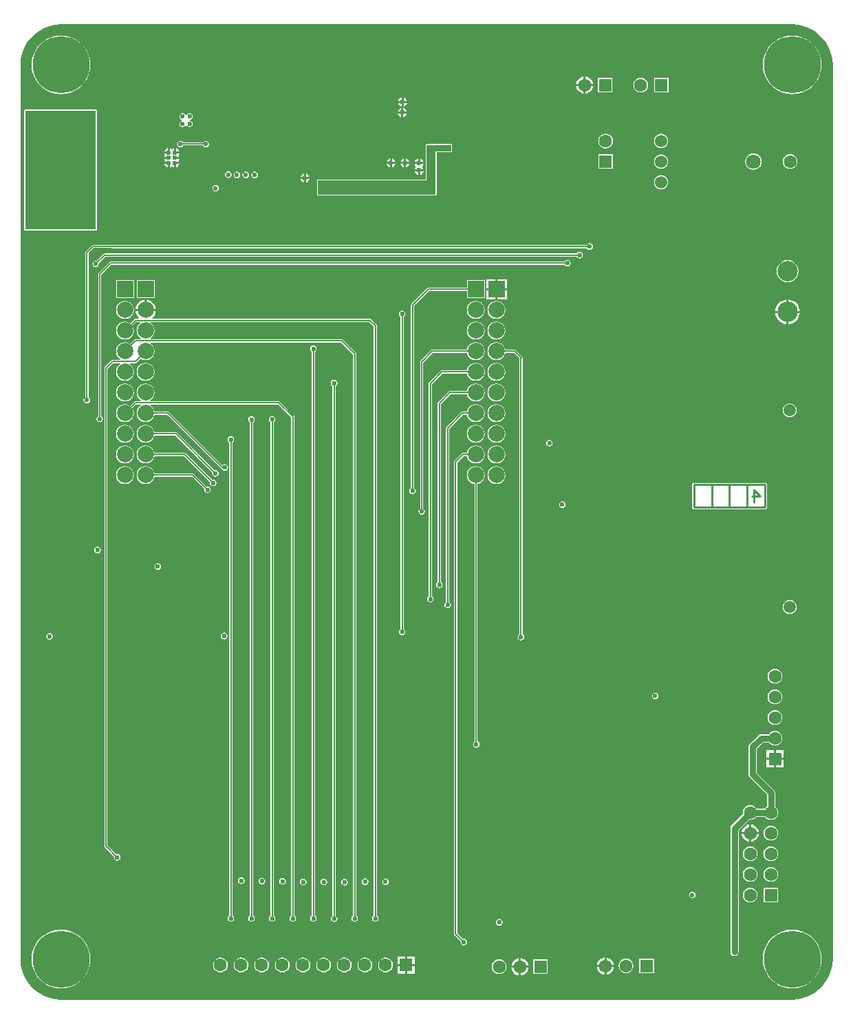
<source format=gbl>
G04 Layer_Physical_Order=4*
G04 Layer_Color=16711680*
%FSLAX44Y44*%
%MOMM*%
G71*
G01*
G75*
%ADD34C,0.2000*%
%ADD35C,0.2540*%
%ADD38C,0.1500*%
%ADD39C,0.8000*%
%ADD41R,8.7377X14.6434*%
%ADD53C,1.6000*%
%ADD54R,1.6000X1.6000*%
%ADD55R,1.6000X1.6000*%
%ADD56C,2.0000*%
%ADD57R,2.0000X2.0000*%
%ADD58C,1.8000*%
%ADD59C,1.5240*%
%ADD60C,2.5000*%
%ADD61C,1.5000*%
%ADD62C,7.0000*%
%ADD63C,0.6000*%
G36*
X957115Y1199491D02*
X964086Y1197974D01*
X970770Y1195481D01*
X977032Y1192062D01*
X982743Y1187787D01*
X987787Y1182743D01*
X992062Y1177032D01*
X995481Y1170770D01*
X997974Y1164087D01*
X999491Y1157115D01*
X999999Y1150000D01*
Y50000D01*
X999491Y42884D01*
X997974Y35913D01*
X995481Y29229D01*
X992062Y22968D01*
X987787Y17257D01*
X982743Y12212D01*
X977032Y7937D01*
X970770Y4518D01*
X964086Y2025D01*
X957115Y509D01*
X949999Y-0D01*
X49999D01*
X42884Y509D01*
X35913Y2025D01*
X29229Y4518D01*
X22968Y7937D01*
X17256Y12212D01*
X12212Y17257D01*
X7937Y22968D01*
X4518Y29229D01*
X2025Y35913D01*
X508Y42884D01*
X-0Y50000D01*
Y1150000D01*
X508Y1157115D01*
X2025Y1164087D01*
X4518Y1170770D01*
X7937Y1177032D01*
X12212Y1182743D01*
X17256Y1187787D01*
X22968Y1192062D01*
X29229Y1195481D01*
X35913Y1197974D01*
X42884Y1199491D01*
X49999Y1200000D01*
X949999D01*
X957115Y1199491D01*
D02*
G37*
%LPC*%
G36*
X560667Y656400D02*
X557795Y656022D01*
X555120Y654913D01*
X552822Y653150D01*
X551059Y650852D01*
X549950Y648176D01*
X549572Y645305D01*
X549950Y642433D01*
X551059Y639757D01*
X552822Y637460D01*
X555120Y635696D01*
X557795Y634588D01*
X559386Y634379D01*
Y317563D01*
X558287Y316828D01*
X557402Y315505D01*
X557092Y313944D01*
X557402Y312383D01*
X558287Y311060D01*
X559610Y310176D01*
X561170Y309866D01*
X562731Y310176D01*
X564054Y311060D01*
X564938Y312383D01*
X565249Y313944D01*
X564938Y315505D01*
X564054Y316828D01*
X562955Y317563D01*
Y634511D01*
X563539Y634588D01*
X566214Y635696D01*
X568512Y637460D01*
X570275Y639757D01*
X571384Y642433D01*
X571762Y645305D01*
X571384Y648176D01*
X570275Y650852D01*
X568512Y653150D01*
X566214Y654913D01*
X563539Y656022D01*
X560667Y656400D01*
D02*
G37*
G36*
X928839Y330763D02*
X926490Y330454D01*
X924301Y329547D01*
X922420Y328104D01*
X921407Y326783D01*
X912056D01*
X910105Y326395D01*
X908451Y325290D01*
X897587Y314426D01*
X896482Y312773D01*
X896094Y310822D01*
Y277208D01*
X896482Y275257D01*
X897587Y273603D01*
X918661Y252529D01*
Y237678D01*
X917340Y236664D01*
X916327Y235343D01*
X905792D01*
X904778Y236664D01*
X902898Y238107D01*
X900709Y239014D01*
X898359Y239323D01*
X896010Y239014D01*
X893820Y238107D01*
X891940Y236664D01*
X890498Y234784D01*
X889591Y232595D01*
X889282Y230245D01*
X889499Y228594D01*
X875235Y214331D01*
X874130Y212677D01*
X873742Y210726D01*
Y58674D01*
X874130Y56723D01*
X875235Y55069D01*
X876889Y53964D01*
X878840Y53576D01*
X880791Y53964D01*
X882445Y55069D01*
X883550Y56723D01*
X883938Y58674D01*
Y208614D01*
X896709Y221385D01*
X898359Y221168D01*
X900709Y221477D01*
X902898Y222384D01*
X904778Y223826D01*
X905792Y225147D01*
X916327D01*
X917340Y223826D01*
X919221Y222384D01*
X921410Y221477D01*
X923759Y221168D01*
X926109Y221477D01*
X928298Y222384D01*
X930178Y223826D01*
X931621Y225706D01*
X932528Y227896D01*
X932837Y230245D01*
X932528Y232595D01*
X931621Y234784D01*
X930178Y236664D01*
X928857Y237678D01*
Y254640D01*
X928469Y256591D01*
X927364Y258245D01*
X906290Y279319D01*
Y308710D01*
X914167Y316587D01*
X921407D01*
X922420Y315266D01*
X924301Y313824D01*
X926490Y312917D01*
X928839Y312608D01*
X931189Y312917D01*
X933378Y313824D01*
X935258Y315266D01*
X936701Y317146D01*
X937608Y319336D01*
X937917Y321685D01*
X937608Y324035D01*
X936701Y326224D01*
X935258Y328104D01*
X933378Y329547D01*
X931189Y330454D01*
X928839Y330763D01*
D02*
G37*
G36*
X939379Y306825D02*
X930109D01*
Y297555D01*
X939379D01*
Y306825D01*
D02*
G37*
G36*
Y295015D02*
X930109D01*
Y285745D01*
X939379D01*
Y295015D01*
D02*
G37*
G36*
X927569Y306825D02*
X918299D01*
Y297555D01*
X927569D01*
Y306825D01*
D02*
G37*
G36*
X928839Y406963D02*
X926490Y406654D01*
X924301Y405747D01*
X922420Y404304D01*
X920978Y402424D01*
X920071Y400235D01*
X919762Y397885D01*
X920071Y395536D01*
X920978Y393346D01*
X922420Y391466D01*
X924301Y390024D01*
X926490Y389117D01*
X928839Y388808D01*
X931189Y389117D01*
X933378Y390024D01*
X935258Y391466D01*
X936701Y393346D01*
X937608Y395536D01*
X937917Y397885D01*
X937608Y400235D01*
X936701Y402424D01*
X935258Y404304D01*
X933378Y405747D01*
X931189Y406654D01*
X928839Y406963D01*
D02*
G37*
G36*
X586067Y808800D02*
X583195Y808422D01*
X580519Y807313D01*
X578222Y805550D01*
X576459Y803252D01*
X575350Y800576D01*
X574972Y797705D01*
X575350Y794833D01*
X576459Y792157D01*
X578222Y789860D01*
X580519Y788096D01*
X583195Y786988D01*
X586067Y786610D01*
X588938Y786988D01*
X591614Y788096D01*
X593912Y789860D01*
X595675Y792157D01*
X596784Y794833D01*
X596893Y795666D01*
X607848D01*
X614254Y789260D01*
Y449472D01*
X613410Y448908D01*
X612526Y447585D01*
X612215Y446024D01*
X612526Y444463D01*
X613410Y443140D01*
X614733Y442256D01*
X616294Y441946D01*
X617854Y442256D01*
X619178Y443140D01*
X620062Y444463D01*
X620372Y446024D01*
X620062Y447585D01*
X619178Y448908D01*
X618333Y449472D01*
Y789146D01*
X618342Y789160D01*
X618497Y789940D01*
X618342Y790720D01*
X617900Y791382D01*
X610135Y799147D01*
X609473Y799589D01*
X608693Y799744D01*
X596893D01*
X596784Y800576D01*
X595675Y803252D01*
X593912Y805550D01*
X591614Y807313D01*
X588938Y808422D01*
X586067Y808800D01*
D02*
G37*
G36*
X781375Y377641D02*
X779814Y377331D01*
X778491Y376447D01*
X777607Y375124D01*
X777297Y373563D01*
X777607Y372002D01*
X778491Y370679D01*
X779814Y369795D01*
X781375Y369485D01*
X782936Y369795D01*
X784259Y370679D01*
X785143Y372002D01*
X785453Y373563D01*
X785143Y375124D01*
X784259Y376447D01*
X782936Y377331D01*
X781375Y377641D01*
D02*
G37*
G36*
X928839Y356163D02*
X926490Y355854D01*
X924301Y354947D01*
X922420Y353504D01*
X920978Y351624D01*
X920071Y349435D01*
X919762Y347085D01*
X920071Y344736D01*
X920978Y342546D01*
X922420Y340666D01*
X924301Y339224D01*
X926490Y338317D01*
X928839Y338008D01*
X931189Y338317D01*
X933378Y339224D01*
X935258Y340666D01*
X936701Y342546D01*
X937608Y344736D01*
X937917Y347085D01*
X937608Y349435D01*
X936701Y351624D01*
X935258Y353504D01*
X933378Y354947D01*
X931189Y355854D01*
X928839Y356163D01*
D02*
G37*
G36*
Y381563D02*
X926490Y381254D01*
X924301Y380347D01*
X922420Y378904D01*
X920978Y377024D01*
X920071Y374835D01*
X919762Y372485D01*
X920071Y370136D01*
X920978Y367946D01*
X922420Y366066D01*
X924301Y364624D01*
X926490Y363717D01*
X928839Y363408D01*
X931189Y363717D01*
X933378Y364624D01*
X935258Y366066D01*
X936701Y367946D01*
X937608Y370136D01*
X937917Y372485D01*
X937608Y374835D01*
X936701Y377024D01*
X935258Y378904D01*
X933378Y380347D01*
X931189Y381254D01*
X928839Y381563D01*
D02*
G37*
G36*
X927569Y295015D02*
X918299D01*
Y285745D01*
X927569D01*
Y295015D01*
D02*
G37*
G36*
X898359Y188523D02*
X896010Y188214D01*
X893820Y187307D01*
X891940Y185864D01*
X890498Y183984D01*
X889591Y181795D01*
X889282Y179445D01*
X889591Y177096D01*
X890498Y174906D01*
X891940Y173026D01*
X893820Y171584D01*
X896010Y170677D01*
X898359Y170368D01*
X900709Y170677D01*
X902898Y171584D01*
X904778Y173026D01*
X906221Y174906D01*
X907128Y177096D01*
X907437Y179445D01*
X907128Y181795D01*
X906221Y183984D01*
X904778Y185864D01*
X902898Y187307D01*
X900709Y188214D01*
X898359Y188523D01*
D02*
G37*
G36*
X923759D02*
X921410Y188214D01*
X919221Y187307D01*
X917340Y185864D01*
X915898Y183984D01*
X914991Y181795D01*
X914682Y179445D01*
X914991Y177096D01*
X915898Y174906D01*
X917340Y173026D01*
X919221Y171584D01*
X921410Y170677D01*
X923759Y170368D01*
X926109Y170677D01*
X928298Y171584D01*
X930178Y173026D01*
X931621Y174906D01*
X932528Y177096D01*
X932837Y179445D01*
X932528Y181795D01*
X931621Y183984D01*
X930178Y185864D01*
X928298Y187307D01*
X926109Y188214D01*
X923759Y188523D01*
D02*
G37*
G36*
Y163123D02*
X921410Y162814D01*
X919221Y161907D01*
X917340Y160464D01*
X915898Y158584D01*
X914991Y156395D01*
X914682Y154045D01*
X914991Y151696D01*
X915898Y149506D01*
X917340Y147626D01*
X919221Y146184D01*
X921410Y145277D01*
X923759Y144968D01*
X926109Y145277D01*
X928298Y146184D01*
X930178Y147626D01*
X931621Y149506D01*
X932528Y151696D01*
X932837Y154045D01*
X932528Y156395D01*
X931621Y158584D01*
X930178Y160464D01*
X928298Y161907D01*
X926109Y162814D01*
X923759Y163123D01*
D02*
G37*
G36*
X272017Y150366D02*
X270457Y150055D01*
X269133Y149171D01*
X268249Y147848D01*
X267939Y146287D01*
X268249Y144727D01*
X269133Y143404D01*
X270457Y142520D01*
X272017Y142209D01*
X273578Y142520D01*
X274901Y143404D01*
X275785Y144727D01*
X276096Y146287D01*
X275785Y147848D01*
X274901Y149171D01*
X273578Y150055D01*
X272017Y150366D01*
D02*
G37*
G36*
X898359Y163123D02*
X896010Y162814D01*
X893820Y161907D01*
X891940Y160464D01*
X890498Y158584D01*
X889591Y156395D01*
X889282Y154045D01*
X889591Y151696D01*
X890498Y149506D01*
X891940Y147626D01*
X893820Y146184D01*
X896010Y145277D01*
X898359Y144968D01*
X900709Y145277D01*
X902898Y146184D01*
X904778Y147626D01*
X906221Y149506D01*
X907128Y151696D01*
X907437Y154045D01*
X907128Y156395D01*
X906221Y158584D01*
X904778Y160464D01*
X902898Y161907D01*
X900709Y162814D01*
X898359Y163123D01*
D02*
G37*
G36*
X897089Y215309D02*
X895608Y215114D01*
X893044Y214052D01*
X890842Y212362D01*
X889153Y210161D01*
X888091Y207597D01*
X887896Y206115D01*
X897089D01*
Y215309D01*
D02*
G37*
G36*
X899629D02*
Y206115D01*
X908823D01*
X908628Y207597D01*
X907566Y210161D01*
X905876Y212362D01*
X903675Y214052D01*
X901111Y215114D01*
X899629Y215309D01*
D02*
G37*
G36*
X923759Y213923D02*
X921410Y213614D01*
X919221Y212707D01*
X917340Y211264D01*
X915898Y209384D01*
X914991Y207195D01*
X914682Y204845D01*
X914991Y202496D01*
X915898Y200306D01*
X917340Y198426D01*
X919221Y196984D01*
X921410Y196077D01*
X923759Y195768D01*
X926109Y196077D01*
X928298Y196984D01*
X930178Y198426D01*
X931621Y200306D01*
X932528Y202496D01*
X932837Y204845D01*
X932528Y207195D01*
X931621Y209384D01*
X930178Y211264D01*
X928298Y212707D01*
X926109Y213614D01*
X923759Y213923D01*
D02*
G37*
G36*
X897089Y203575D02*
X887896D01*
X888091Y202094D01*
X889153Y199530D01*
X890842Y197328D01*
X893044Y195639D01*
X895608Y194576D01*
X897089Y194382D01*
Y203575D01*
D02*
G37*
G36*
X908823D02*
X899629D01*
Y194382D01*
X901111Y194576D01*
X903675Y195639D01*
X905876Y197328D01*
X907566Y199530D01*
X908628Y202094D01*
X908823Y203575D01*
D02*
G37*
G36*
X35942Y450992D02*
X34381Y450682D01*
X33058Y449798D01*
X32174Y448475D01*
X31863Y446914D01*
X32174Y445353D01*
X33058Y444030D01*
X34381Y443146D01*
X35942Y442835D01*
X37503Y443146D01*
X38826Y444030D01*
X39710Y445353D01*
X40020Y446914D01*
X39710Y448475D01*
X38826Y449798D01*
X37503Y450682D01*
X35942Y450992D01*
D02*
G37*
G36*
X560667Y681800D02*
X557795Y681422D01*
X555120Y680313D01*
X552822Y678550D01*
X551059Y676252D01*
X549950Y673577D01*
X549841Y672744D01*
X544975D01*
X544975Y672744D01*
X544194Y672589D01*
X543533Y672147D01*
X534196Y662810D01*
X533754Y662148D01*
X533599Y661368D01*
Y81074D01*
X533754Y80294D01*
X534196Y79632D01*
X542038Y71790D01*
X541840Y70793D01*
X542151Y69233D01*
X543035Y67909D01*
X544358Y67025D01*
X545919Y66715D01*
X547479Y67025D01*
X548803Y67909D01*
X549687Y69233D01*
X549997Y70793D01*
X549687Y72354D01*
X548803Y73677D01*
X547479Y74561D01*
X545919Y74872D01*
X544922Y74674D01*
X537677Y81919D01*
Y660523D01*
X545820Y668666D01*
X549841D01*
X549950Y667833D01*
X551059Y665157D01*
X552822Y662860D01*
X555120Y661096D01*
X557795Y659988D01*
X560667Y659610D01*
X563539Y659988D01*
X566214Y661096D01*
X568512Y662860D01*
X570275Y665157D01*
X571384Y667833D01*
X571762Y670705D01*
X571384Y673577D01*
X570275Y676252D01*
X568512Y678550D01*
X566214Y680313D01*
X563539Y681422D01*
X560667Y681800D01*
D02*
G37*
G36*
X651130Y688735D02*
X649569Y688424D01*
X648246Y687540D01*
X647362Y686217D01*
X647051Y684656D01*
X647362Y683095D01*
X648246Y681772D01*
X649569Y680888D01*
X651130Y680578D01*
X652691Y680888D01*
X654014Y681772D01*
X654898Y683095D01*
X655208Y684656D01*
X654898Y686217D01*
X654014Y687540D01*
X652691Y688424D01*
X651130Y688735D01*
D02*
G37*
G36*
X586067Y681800D02*
X583195Y681422D01*
X580519Y680313D01*
X578222Y678550D01*
X576459Y676252D01*
X575350Y673577D01*
X574972Y670705D01*
X575350Y667833D01*
X576459Y665157D01*
X578222Y662860D01*
X580519Y661096D01*
X583195Y659988D01*
X586067Y659610D01*
X588938Y659988D01*
X591614Y661096D01*
X593912Y662860D01*
X595675Y665157D01*
X596784Y667833D01*
X597162Y670705D01*
X596784Y673577D01*
X595675Y676252D01*
X593912Y678550D01*
X591614Y680313D01*
X588938Y681422D01*
X586067Y681800D01*
D02*
G37*
G36*
X154267Y707200D02*
X151395Y706822D01*
X148719Y705713D01*
X146421Y703950D01*
X144658Y701652D01*
X143550Y698976D01*
X143172Y696105D01*
X143550Y693233D01*
X144658Y690557D01*
X146421Y688260D01*
X148719Y686496D01*
X151395Y685388D01*
X154267Y685010D01*
X157138Y685388D01*
X159814Y686496D01*
X162112Y688260D01*
X163875Y690557D01*
X164984Y693233D01*
X165093Y694066D01*
X190677D01*
X236183Y648560D01*
X235985Y647564D01*
X236295Y646003D01*
X237179Y644680D01*
X238502Y643796D01*
X240063Y643485D01*
X241624Y643796D01*
X242947Y644680D01*
X243831Y646003D01*
X244141Y647564D01*
X243831Y649124D01*
X242947Y650447D01*
X241624Y651331D01*
X240063Y651642D01*
X239067Y651444D01*
X192964Y697547D01*
X192302Y697989D01*
X191522Y698144D01*
X165093D01*
X164984Y698976D01*
X163875Y701652D01*
X162112Y703950D01*
X159814Y705713D01*
X157138Y706822D01*
X154267Y707200D01*
D02*
G37*
G36*
X128867Y681800D02*
X125995Y681422D01*
X123319Y680313D01*
X121021Y678550D01*
X119258Y676252D01*
X118150Y673576D01*
X117772Y670705D01*
X118150Y667833D01*
X119258Y665157D01*
X121021Y662859D01*
X123319Y661096D01*
X125995Y659988D01*
X128867Y659610D01*
X131738Y659988D01*
X134414Y661096D01*
X136712Y662859D01*
X138475Y665157D01*
X139584Y667833D01*
X139962Y670705D01*
X139584Y673576D01*
X138475Y676252D01*
X136712Y678550D01*
X134414Y680313D01*
X131738Y681422D01*
X128867Y681800D01*
D02*
G37*
G36*
X586067Y732600D02*
X583195Y732222D01*
X580519Y731113D01*
X578222Y729350D01*
X576459Y727052D01*
X575350Y724377D01*
X574972Y721505D01*
X575350Y718633D01*
X576459Y715957D01*
X578222Y713660D01*
X580519Y711896D01*
X583195Y710788D01*
X586067Y710410D01*
X588938Y710788D01*
X591614Y711896D01*
X593912Y713660D01*
X595675Y715957D01*
X596784Y718633D01*
X597162Y721505D01*
X596784Y724377D01*
X595675Y727052D01*
X593912Y729350D01*
X591614Y731113D01*
X588938Y732222D01*
X586067Y732600D01*
D02*
G37*
G36*
X947049Y733543D02*
X944830Y733251D01*
X942763Y732394D01*
X940987Y731032D01*
X939625Y729257D01*
X938768Y727189D01*
X938476Y724970D01*
X938768Y722751D01*
X939625Y720683D01*
X940987Y718908D01*
X942763Y717545D01*
X944830Y716689D01*
X947049Y716396D01*
X949268Y716689D01*
X951336Y717545D01*
X953112Y718908D01*
X954474Y720683D01*
X955331Y722751D01*
X955623Y724970D01*
X955331Y727189D01*
X954474Y729257D01*
X953112Y731032D01*
X951336Y732394D01*
X949268Y733251D01*
X947049Y733543D01*
D02*
G37*
G36*
X586067Y707200D02*
X583195Y706822D01*
X580519Y705713D01*
X578222Y703950D01*
X576459Y701652D01*
X575350Y698977D01*
X574972Y696105D01*
X575350Y693233D01*
X576459Y690557D01*
X578222Y688260D01*
X580519Y686496D01*
X583195Y685388D01*
X586067Y685010D01*
X588938Y685388D01*
X591614Y686496D01*
X593912Y688260D01*
X595675Y690557D01*
X596784Y693233D01*
X597162Y696105D01*
X596784Y698977D01*
X595675Y701652D01*
X593912Y703950D01*
X591614Y705713D01*
X588938Y706822D01*
X586067Y707200D01*
D02*
G37*
G36*
X128867Y707200D02*
X125995Y706822D01*
X123319Y705713D01*
X121021Y703950D01*
X119258Y701652D01*
X118150Y698976D01*
X117772Y696105D01*
X118150Y693233D01*
X119258Y690557D01*
X121021Y688260D01*
X123319Y686496D01*
X125995Y685388D01*
X128867Y685010D01*
X131738Y685388D01*
X134414Y686496D01*
X136712Y688260D01*
X138475Y690557D01*
X139584Y693233D01*
X139962Y696105D01*
X139584Y698976D01*
X138475Y701652D01*
X136712Y703950D01*
X134414Y705713D01*
X131738Y706822D01*
X128867Y707200D01*
D02*
G37*
G36*
X560667Y707200D02*
X557795Y706822D01*
X555120Y705713D01*
X552822Y703950D01*
X551059Y701652D01*
X549950Y698977D01*
X549572Y696105D01*
X549950Y693233D01*
X551059Y690557D01*
X552822Y688260D01*
X555120Y686496D01*
X557795Y685388D01*
X560667Y685010D01*
X563539Y685388D01*
X566214Y686496D01*
X568512Y688260D01*
X570275Y690557D01*
X571384Y693233D01*
X571762Y696105D01*
X571384Y698977D01*
X570275Y701652D01*
X568512Y703950D01*
X566214Y705713D01*
X563539Y706822D01*
X560667Y707200D01*
D02*
G37*
G36*
X586067Y656400D02*
X583195Y656022D01*
X580519Y654913D01*
X578222Y653150D01*
X576459Y650852D01*
X575350Y648176D01*
X574972Y645305D01*
X575350Y642433D01*
X576459Y639757D01*
X578222Y637460D01*
X580519Y635696D01*
X583195Y634588D01*
X586067Y634210D01*
X588938Y634588D01*
X591614Y635696D01*
X593912Y637460D01*
X595675Y639757D01*
X596784Y642433D01*
X597162Y645305D01*
X596784Y648176D01*
X595675Y650852D01*
X593912Y653150D01*
X591614Y654913D01*
X588938Y656022D01*
X586067Y656400D01*
D02*
G37*
G36*
X169291Y536971D02*
X167731Y536660D01*
X166408Y535776D01*
X165524Y534453D01*
X165213Y532892D01*
X165524Y531331D01*
X166408Y530008D01*
X167731Y529124D01*
X169291Y528814D01*
X170852Y529124D01*
X172175Y530008D01*
X173059Y531331D01*
X173370Y532892D01*
X173059Y534453D01*
X172175Y535776D01*
X170852Y536660D01*
X169291Y536971D01*
D02*
G37*
G36*
X94996Y557290D02*
X93435Y556980D01*
X92112Y556096D01*
X91228Y554773D01*
X90918Y553212D01*
X91228Y551651D01*
X92112Y550328D01*
X93435Y549444D01*
X94996Y549134D01*
X96557Y549444D01*
X97880Y550328D01*
X98764Y551651D01*
X99074Y553212D01*
X98764Y554773D01*
X97880Y556096D01*
X96557Y556980D01*
X94996Y557290D01*
D02*
G37*
G36*
X947049Y491543D02*
X944830Y491251D01*
X942763Y490395D01*
X940987Y489032D01*
X939625Y487257D01*
X938768Y485189D01*
X938476Y482970D01*
X938768Y480751D01*
X939625Y478683D01*
X940987Y476908D01*
X942763Y475545D01*
X944830Y474689D01*
X947049Y474397D01*
X949268Y474689D01*
X951336Y475545D01*
X953112Y476908D01*
X954474Y478683D01*
X955331Y480751D01*
X955623Y482970D01*
X955331Y485189D01*
X954474Y487257D01*
X953112Y489032D01*
X951336Y490395D01*
X949268Y491251D01*
X947049Y491543D01*
D02*
G37*
G36*
X250952Y451372D02*
X249391Y451062D01*
X248068Y450178D01*
X247184Y448855D01*
X246874Y447294D01*
X247184Y445733D01*
X248068Y444410D01*
X249391Y443526D01*
X250952Y443216D01*
X252513Y443526D01*
X253836Y444410D01*
X254720Y445733D01*
X255030Y447294D01*
X254720Y448855D01*
X253836Y450178D01*
X252513Y451062D01*
X250952Y451372D01*
D02*
G37*
G36*
X469900Y847758D02*
X468339Y847448D01*
X467016Y846564D01*
X466132Y845240D01*
X465822Y843680D01*
X466132Y842119D01*
X467016Y840796D01*
X468116Y840061D01*
Y455993D01*
X467016Y455258D01*
X466132Y453935D01*
X465822Y452374D01*
X466132Y450813D01*
X467016Y449490D01*
X468339Y448606D01*
X469900Y448296D01*
X471461Y448606D01*
X472784Y449490D01*
X473668Y450813D01*
X473978Y452374D01*
X473668Y453935D01*
X472784Y455258D01*
X471684Y455993D01*
Y840061D01*
X472784Y840796D01*
X473668Y842119D01*
X473978Y843680D01*
X473668Y845240D01*
X472784Y846564D01*
X471461Y847448D01*
X469900Y847758D01*
D02*
G37*
G36*
X154267Y681800D02*
X151395Y681422D01*
X148719Y680313D01*
X146421Y678550D01*
X144658Y676252D01*
X143550Y673576D01*
X143172Y670705D01*
X143550Y667833D01*
X144658Y665157D01*
X146421Y662859D01*
X148719Y661096D01*
X151395Y659988D01*
X154267Y659610D01*
X157138Y659988D01*
X159814Y661096D01*
X162112Y662859D01*
X163875Y665157D01*
X164984Y667833D01*
X165093Y668666D01*
X201448D01*
X233356Y636758D01*
X233158Y635762D01*
X233468Y634201D01*
X234352Y632878D01*
X235675Y631994D01*
X237236Y631684D01*
X238797Y631994D01*
X240120Y632878D01*
X241004Y634201D01*
X241314Y635762D01*
X241004Y637323D01*
X240120Y638646D01*
X238797Y639530D01*
X237236Y639840D01*
X236240Y639642D01*
X203735Y672147D01*
X203074Y672589D01*
X202293Y672744D01*
X165093D01*
X164984Y673576D01*
X163875Y676252D01*
X162112Y678550D01*
X159814Y680313D01*
X157138Y681422D01*
X154267Y681800D01*
D02*
G37*
G36*
X128867Y656400D02*
X125995Y656022D01*
X123319Y654913D01*
X121021Y653150D01*
X119258Y650852D01*
X118150Y648176D01*
X117772Y645305D01*
X118150Y642433D01*
X119258Y639757D01*
X121021Y637459D01*
X123319Y635696D01*
X125995Y634588D01*
X128867Y634210D01*
X131738Y634588D01*
X134414Y635696D01*
X136712Y637459D01*
X138475Y639757D01*
X139584Y642433D01*
X139962Y645305D01*
X139584Y648176D01*
X138475Y650852D01*
X136712Y653150D01*
X134414Y654913D01*
X131738Y656022D01*
X128867Y656400D01*
D02*
G37*
G36*
X154267D02*
X151395Y656022D01*
X148719Y654913D01*
X146421Y653150D01*
X144658Y650852D01*
X143550Y648176D01*
X143172Y645305D01*
X143550Y642433D01*
X144658Y639757D01*
X146421Y637459D01*
X148719Y635696D01*
X151395Y634588D01*
X154267Y634210D01*
X157138Y634588D01*
X159814Y635696D01*
X162112Y637459D01*
X163875Y639757D01*
X164984Y642433D01*
X165093Y643266D01*
X211609D01*
X226498Y628376D01*
X226300Y627380D01*
X226610Y625819D01*
X227494Y624496D01*
X228817Y623612D01*
X230378Y623302D01*
X231939Y623612D01*
X233262Y624496D01*
X234146Y625819D01*
X234456Y627380D01*
X234146Y628941D01*
X233262Y630264D01*
X231939Y631148D01*
X230378Y631458D01*
X229382Y631260D01*
X213895Y646747D01*
X213234Y647189D01*
X212453Y647344D01*
X165093D01*
X164984Y648176D01*
X163875Y650852D01*
X162112Y653150D01*
X159814Y654913D01*
X157138Y656022D01*
X154267Y656400D01*
D02*
G37*
G36*
X916686Y635790D02*
X829056D01*
X828170Y635614D01*
X827419Y635113D01*
X826918Y634362D01*
X826741Y633476D01*
Y605790D01*
X826918Y604904D01*
X827419Y604153D01*
X828170Y603652D01*
X829056Y603475D01*
X916686D01*
X917572Y603652D01*
X918323Y604153D01*
X918824Y604904D01*
X919000Y605790D01*
Y633476D01*
X918824Y634362D01*
X918323Y635113D01*
X917572Y635614D01*
X916686Y635790D01*
D02*
G37*
G36*
X667130Y613042D02*
X665569Y612732D01*
X664246Y611848D01*
X663362Y610524D01*
X663051Y608964D01*
X663362Y607403D01*
X664246Y606080D01*
X665569Y605196D01*
X667130Y604885D01*
X668690Y605196D01*
X670014Y606080D01*
X670898Y607403D01*
X671208Y608964D01*
X670898Y610524D01*
X670014Y611848D01*
X668690Y612732D01*
X667130Y613042D01*
D02*
G37*
G36*
X297072Y51743D02*
X294722Y51433D01*
X292533Y50526D01*
X290653Y49084D01*
X289210Y47204D01*
X288303Y45015D01*
X287994Y42665D01*
X288303Y40315D01*
X289210Y38126D01*
X290653Y36246D01*
X292533Y34804D01*
X294722Y33897D01*
X297072Y33587D01*
X299421Y33897D01*
X301610Y34804D01*
X303490Y36246D01*
X304933Y38126D01*
X305840Y40315D01*
X306149Y42665D01*
X305840Y45015D01*
X304933Y47204D01*
X303490Y49084D01*
X301610Y50526D01*
X299421Y51433D01*
X297072Y51743D01*
D02*
G37*
G36*
X322472D02*
X320122Y51433D01*
X317933Y50526D01*
X316053Y49084D01*
X314610Y47204D01*
X313703Y45015D01*
X313394Y42665D01*
X313703Y40315D01*
X314610Y38126D01*
X316053Y36246D01*
X317933Y34804D01*
X320122Y33897D01*
X322472Y33587D01*
X324821Y33897D01*
X327010Y34804D01*
X328890Y36246D01*
X330333Y38126D01*
X331240Y40315D01*
X331549Y42665D01*
X331240Y45015D01*
X330333Y47204D01*
X328890Y49084D01*
X327010Y50526D01*
X324821Y51433D01*
X322472Y51743D01*
D02*
G37*
G36*
X271672D02*
X269322Y51433D01*
X267133Y50526D01*
X265253Y49084D01*
X263810Y47204D01*
X262903Y45015D01*
X262594Y42665D01*
X262903Y40315D01*
X263810Y38126D01*
X265253Y36246D01*
X267133Y34804D01*
X269322Y33897D01*
X271672Y33587D01*
X274021Y33897D01*
X276210Y34804D01*
X278090Y36246D01*
X279533Y38126D01*
X280440Y40315D01*
X280749Y42665D01*
X280440Y45015D01*
X279533Y47204D01*
X278090Y49084D01*
X276210Y50526D01*
X274021Y51433D01*
X271672Y51743D01*
D02*
G37*
G36*
X779890Y50395D02*
X761890D01*
Y32395D01*
X779890D01*
Y50395D01*
D02*
G37*
G36*
X246272Y51743D02*
X243922Y51433D01*
X241733Y50526D01*
X239853Y49084D01*
X238410Y47204D01*
X237503Y45015D01*
X237194Y42665D01*
X237503Y40315D01*
X238410Y38126D01*
X239853Y36246D01*
X241733Y34804D01*
X243922Y33897D01*
X246272Y33587D01*
X248621Y33897D01*
X250810Y34804D01*
X252690Y36246D01*
X254133Y38126D01*
X255040Y40315D01*
X255349Y42665D01*
X255040Y45015D01*
X254133Y47204D01*
X252690Y49084D01*
X250810Y50526D01*
X248621Y51433D01*
X246272Y51743D01*
D02*
G37*
G36*
X424068D02*
X421718Y51433D01*
X419529Y50526D01*
X417649Y49084D01*
X416206Y47204D01*
X415299Y45015D01*
X414990Y42665D01*
X415299Y40315D01*
X416206Y38126D01*
X417649Y36246D01*
X419529Y34804D01*
X421718Y33897D01*
X424068Y33587D01*
X426417Y33897D01*
X428606Y34804D01*
X430486Y36246D01*
X431929Y38126D01*
X432836Y40315D01*
X433145Y42665D01*
X432836Y45015D01*
X431929Y47204D01*
X430486Y49084D01*
X428606Y50526D01*
X426417Y51433D01*
X424068Y51743D01*
D02*
G37*
G36*
X449468D02*
X447118Y51433D01*
X444929Y50526D01*
X443049Y49084D01*
X441606Y47204D01*
X440699Y45015D01*
X440390Y42665D01*
X440699Y40315D01*
X441606Y38126D01*
X443049Y36246D01*
X444929Y34804D01*
X447118Y33897D01*
X449468Y33587D01*
X451817Y33897D01*
X454006Y34804D01*
X455886Y36246D01*
X457329Y38126D01*
X458236Y40315D01*
X458545Y42665D01*
X458236Y45015D01*
X457329Y47204D01*
X455886Y49084D01*
X454006Y50526D01*
X451817Y51433D01*
X449468Y51743D01*
D02*
G37*
G36*
X398668D02*
X396318Y51433D01*
X394129Y50526D01*
X392249Y49084D01*
X390806Y47204D01*
X389899Y45015D01*
X389590Y42665D01*
X389899Y40315D01*
X390806Y38126D01*
X392249Y36246D01*
X394129Y34804D01*
X396318Y33897D01*
X398668Y33587D01*
X401017Y33897D01*
X403206Y34804D01*
X405086Y36246D01*
X406529Y38126D01*
X407436Y40315D01*
X407745Y42665D01*
X407436Y45015D01*
X406529Y47204D01*
X405086Y49084D01*
X403206Y50526D01*
X401017Y51433D01*
X398668Y51743D01*
D02*
G37*
G36*
X347872D02*
X345522Y51433D01*
X343333Y50526D01*
X341453Y49084D01*
X340010Y47204D01*
X339103Y45015D01*
X338794Y42665D01*
X339103Y40315D01*
X340010Y38126D01*
X341453Y36246D01*
X343333Y34804D01*
X345522Y33897D01*
X347872Y33587D01*
X350221Y33897D01*
X352410Y34804D01*
X354290Y36246D01*
X355733Y38126D01*
X356640Y40315D01*
X356949Y42665D01*
X356640Y45015D01*
X355733Y47204D01*
X354290Y49084D01*
X352410Y50526D01*
X350221Y51433D01*
X347872Y51743D01*
D02*
G37*
G36*
X373268D02*
X370918Y51433D01*
X368729Y50526D01*
X366849Y49084D01*
X365406Y47204D01*
X364499Y45015D01*
X364190Y42665D01*
X364499Y40315D01*
X365406Y38126D01*
X366849Y36246D01*
X368729Y34804D01*
X370918Y33897D01*
X373268Y33587D01*
X375617Y33897D01*
X377806Y34804D01*
X379686Y36246D01*
X381129Y38126D01*
X382036Y40315D01*
X382345Y42665D01*
X382036Y45015D01*
X381129Y47204D01*
X379686Y49084D01*
X377806Y50526D01*
X375617Y51433D01*
X373268Y51743D01*
D02*
G37*
G36*
X745490Y50473D02*
X743140Y50163D01*
X740951Y49256D01*
X739071Y47814D01*
X737628Y45934D01*
X736722Y43744D01*
X736412Y41395D01*
X736722Y39046D01*
X737628Y36856D01*
X739071Y34976D01*
X740951Y33533D01*
X743140Y32627D01*
X745490Y32317D01*
X747840Y32627D01*
X750029Y33533D01*
X751909Y34976D01*
X753352Y36856D01*
X754258Y39046D01*
X754568Y41395D01*
X754258Y43744D01*
X753352Y45934D01*
X751909Y47814D01*
X750029Y49256D01*
X747840Y50163D01*
X745490Y50473D01*
D02*
G37*
G36*
X625247Y39193D02*
X616053D01*
Y29999D01*
X617534Y30195D01*
X620098Y31257D01*
X622300Y32946D01*
X623989Y35148D01*
X625051Y37712D01*
X625247Y39193D01*
D02*
G37*
G36*
X718820Y40125D02*
X709626D01*
X709821Y38644D01*
X710883Y36079D01*
X712573Y33878D01*
X714774Y32188D01*
X717338Y31126D01*
X718820Y30931D01*
Y40125D01*
D02*
G37*
G36*
X613513Y39193D02*
X604319D01*
X604514Y37712D01*
X605576Y35148D01*
X607266Y32946D01*
X609467Y31257D01*
X612031Y30195D01*
X613513Y29999D01*
Y39193D01*
D02*
G37*
G36*
X49999Y86111D02*
X44350Y85667D01*
X38840Y84344D01*
X33605Y82175D01*
X28774Y79215D01*
X24465Y75534D01*
X20785Y71226D01*
X17824Y66394D01*
X15656Y61159D01*
X14333Y55649D01*
X13888Y50000D01*
X14333Y44351D01*
X15656Y38841D01*
X17824Y33606D01*
X20785Y28774D01*
X24465Y24465D01*
X28774Y20785D01*
X33605Y17824D01*
X38840Y15656D01*
X44350Y14333D01*
X49999Y13888D01*
X55649Y14333D01*
X61158Y15656D01*
X66394Y17824D01*
X71225Y20785D01*
X75534Y24465D01*
X79214Y28774D01*
X82175Y33606D01*
X84343Y38841D01*
X85666Y44351D01*
X86111Y50000D01*
X85666Y55649D01*
X84343Y61159D01*
X82175Y66394D01*
X79214Y71226D01*
X75534Y75534D01*
X71225Y79215D01*
X66394Y82175D01*
X61158Y84344D01*
X55649Y85667D01*
X49999Y86111D01*
D02*
G37*
G36*
X949999D02*
X944351Y85667D01*
X938840Y84344D01*
X933605Y82175D01*
X928774Y79215D01*
X924465Y75534D01*
X920785Y71226D01*
X917824Y66394D01*
X915656Y61159D01*
X914333Y55649D01*
X913888Y50000D01*
X914333Y44351D01*
X915656Y38841D01*
X917824Y33606D01*
X920785Y28774D01*
X924465Y24465D01*
X928774Y20785D01*
X933605Y17824D01*
X938840Y15656D01*
X944351Y14333D01*
X949999Y13888D01*
X955649Y14333D01*
X961159Y15656D01*
X966394Y17824D01*
X971225Y20785D01*
X975534Y24465D01*
X979214Y28774D01*
X982175Y33606D01*
X984343Y38841D01*
X985666Y44351D01*
X986111Y50000D01*
X985666Y55649D01*
X984343Y61159D01*
X982175Y66394D01*
X979214Y71226D01*
X975534Y75534D01*
X971225Y79215D01*
X966394Y82175D01*
X961159Y84344D01*
X955649Y85667D01*
X949999Y86111D01*
D02*
G37*
G36*
X473598Y41395D02*
X464328D01*
Y32125D01*
X473598D01*
Y41395D01*
D02*
G37*
G36*
X485408D02*
X476138D01*
Y32125D01*
X485408D01*
Y41395D01*
D02*
G37*
G36*
X649183Y49463D02*
X631183D01*
Y31463D01*
X649183D01*
Y49463D01*
D02*
G37*
G36*
X730554Y40125D02*
X721360D01*
Y30931D01*
X722841Y31126D01*
X725406Y32188D01*
X727607Y33878D01*
X729297Y36079D01*
X730359Y38644D01*
X730554Y40125D01*
D02*
G37*
G36*
X589383Y49541D02*
X587033Y49232D01*
X584844Y48325D01*
X582964Y46882D01*
X581521Y45002D01*
X580615Y42813D01*
X580305Y40463D01*
X580615Y38114D01*
X581521Y35924D01*
X582964Y34044D01*
X584844Y32602D01*
X587033Y31695D01*
X589383Y31386D01*
X591732Y31695D01*
X593922Y32602D01*
X595802Y34044D01*
X597244Y35924D01*
X598151Y38114D01*
X598460Y40463D01*
X598151Y42813D01*
X597244Y45002D01*
X595802Y46882D01*
X593922Y48325D01*
X591732Y49232D01*
X589383Y49541D01*
D02*
G37*
G36*
X613513Y50927D02*
X612031Y50732D01*
X609467Y49670D01*
X607266Y47980D01*
X605576Y45779D01*
X604514Y43215D01*
X604319Y41733D01*
X613513D01*
Y50927D01*
D02*
G37*
G36*
X399017Y148554D02*
X397457Y148244D01*
X396133Y147360D01*
X395249Y146037D01*
X394939Y144476D01*
X395249Y142915D01*
X396133Y141592D01*
X397457Y140708D01*
X399017Y140398D01*
X400578Y140708D01*
X401901Y141592D01*
X402785Y142915D01*
X403096Y144476D01*
X402785Y146037D01*
X401901Y147360D01*
X400578Y148244D01*
X399017Y148554D01*
D02*
G37*
G36*
X373617Y148825D02*
X372057Y148515D01*
X370733Y147631D01*
X369850Y146307D01*
X369539Y144747D01*
X369850Y143186D01*
X370733Y141863D01*
X372057Y140979D01*
X373617Y140668D01*
X375178Y140979D01*
X376501Y141863D01*
X377385Y143186D01*
X377696Y144747D01*
X377385Y146307D01*
X376501Y147631D01*
X375178Y148515D01*
X373617Y148825D01*
D02*
G37*
G36*
X827157Y132723D02*
X825596Y132413D01*
X824273Y131529D01*
X823389Y130206D01*
X823079Y128645D01*
X823389Y127084D01*
X824273Y125761D01*
X825596Y124877D01*
X827157Y124567D01*
X828718Y124877D01*
X830041Y125761D01*
X830925Y127084D01*
X831235Y128645D01*
X830925Y130206D01*
X830041Y131529D01*
X828718Y132413D01*
X827157Y132723D01*
D02*
G37*
G36*
X898359Y137723D02*
X896010Y137414D01*
X893820Y136507D01*
X891940Y135064D01*
X890498Y133184D01*
X889591Y130995D01*
X889282Y128645D01*
X889591Y126296D01*
X890498Y124106D01*
X891940Y122226D01*
X893820Y120784D01*
X896010Y119877D01*
X898359Y119568D01*
X900709Y119877D01*
X902898Y120784D01*
X904778Y122226D01*
X906221Y124106D01*
X907128Y126296D01*
X907437Y128645D01*
X907128Y130995D01*
X906221Y133184D01*
X904778Y135064D01*
X902898Y136507D01*
X900709Y137414D01*
X898359Y137723D01*
D02*
G37*
G36*
X932759Y137645D02*
X914759D01*
Y119645D01*
X932759D01*
Y137645D01*
D02*
G37*
G36*
X322817Y149604D02*
X321257Y149293D01*
X319933Y148409D01*
X319049Y147086D01*
X318739Y145525D01*
X319049Y143965D01*
X319933Y142641D01*
X321257Y141757D01*
X322817Y141447D01*
X324378Y141757D01*
X325701Y142641D01*
X326585Y143965D01*
X326896Y145525D01*
X326585Y147086D01*
X325701Y148409D01*
X324378Y149293D01*
X322817Y149604D01*
D02*
G37*
G36*
X297417Y149874D02*
X295857Y149564D01*
X294534Y148680D01*
X293650Y147357D01*
X293339Y145796D01*
X293650Y144235D01*
X294534Y142912D01*
X295857Y142028D01*
X297417Y141718D01*
X298978Y142028D01*
X300301Y142912D01*
X301185Y144235D01*
X301496Y145796D01*
X301185Y147357D01*
X300301Y148680D01*
X298978Y149564D01*
X297417Y149874D01*
D02*
G37*
G36*
X424417Y149129D02*
X422857Y148819D01*
X421534Y147935D01*
X420649Y146611D01*
X420339Y145051D01*
X420649Y143490D01*
X421534Y142167D01*
X422857Y141283D01*
X424417Y140972D01*
X425978Y141283D01*
X427301Y142167D01*
X428185Y143490D01*
X428496Y145051D01*
X428185Y146611D01*
X427301Y147935D01*
X425978Y148819D01*
X424417Y149129D01*
D02*
G37*
G36*
X348217Y148842D02*
X346657Y148531D01*
X345334Y147647D01*
X344450Y146324D01*
X344139Y144763D01*
X344450Y143203D01*
X345334Y141880D01*
X346657Y140996D01*
X348217Y140685D01*
X349778Y140996D01*
X351101Y141880D01*
X351985Y143203D01*
X352296Y144763D01*
X351985Y146324D01*
X351101Y147647D01*
X349778Y148531D01*
X348217Y148842D01*
D02*
G37*
G36*
X449468Y148971D02*
X447907Y148660D01*
X446584Y147776D01*
X445700Y146453D01*
X445389Y144892D01*
X445700Y143332D01*
X446584Y142009D01*
X447907Y141124D01*
X449468Y140814D01*
X451028Y141124D01*
X452351Y142009D01*
X453236Y143332D01*
X453546Y144892D01*
X453236Y146453D01*
X452351Y147776D01*
X451028Y148660D01*
X449468Y148971D01*
D02*
G37*
G36*
X360680Y805045D02*
X359119Y804734D01*
X357796Y803850D01*
X356912Y802527D01*
X356602Y800966D01*
X356912Y799406D01*
X357796Y798082D01*
X358641Y797518D01*
Y103270D01*
X357796Y102706D01*
X356912Y101383D01*
X356602Y99822D01*
X356912Y98261D01*
X357796Y96938D01*
X359119Y96054D01*
X360680Y95744D01*
X362241Y96054D01*
X363564Y96938D01*
X364448Y98261D01*
X364758Y99822D01*
X364448Y101383D01*
X363564Y102706D01*
X362719Y103270D01*
Y797518D01*
X363564Y798082D01*
X364448Y799406D01*
X364758Y800966D01*
X364448Y802527D01*
X363564Y803850D01*
X362241Y804734D01*
X360680Y805045D01*
D02*
G37*
G36*
X473598Y53205D02*
X464328D01*
Y43935D01*
X473598D01*
Y53205D01*
D02*
G37*
G36*
X485408D02*
X476138D01*
Y43935D01*
X485408D01*
Y53205D01*
D02*
G37*
G36*
X721360Y51859D02*
Y42665D01*
X730554D01*
X730359Y44146D01*
X729297Y46710D01*
X727607Y48912D01*
X725406Y50602D01*
X722841Y51664D01*
X721360Y51859D01*
D02*
G37*
G36*
X616053Y50927D02*
Y41733D01*
X625247D01*
X625051Y43215D01*
X623989Y45779D01*
X622300Y47980D01*
X620098Y49670D01*
X617534Y50732D01*
X616053Y50927D01*
D02*
G37*
G36*
X718820Y51859D02*
X717338Y51664D01*
X714774Y50602D01*
X712573Y48912D01*
X710883Y46710D01*
X709821Y44146D01*
X709626Y42665D01*
X718820D01*
Y51859D01*
D02*
G37*
G36*
X284480Y717818D02*
X282919Y717508D01*
X281596Y716624D01*
X280712Y715301D01*
X280402Y713740D01*
X280712Y712179D01*
X281596Y710856D01*
X282441Y710292D01*
Y103270D01*
X281596Y102706D01*
X280712Y101383D01*
X280402Y99822D01*
X280712Y98261D01*
X281596Y96938D01*
X282919Y96054D01*
X284480Y95744D01*
X286041Y96054D01*
X287364Y96938D01*
X288248Y98261D01*
X288558Y99822D01*
X288248Y101383D01*
X287364Y102706D01*
X286519Y103270D01*
Y710292D01*
X287364Y710856D01*
X288248Y712179D01*
X288558Y713740D01*
X288248Y715301D01*
X287364Y716624D01*
X286041Y717508D01*
X284480Y717818D01*
D02*
G37*
G36*
X309880Y718072D02*
X308319Y717762D01*
X306996Y716878D01*
X306112Y715555D01*
X305802Y713994D01*
X306112Y712433D01*
X306996Y711110D01*
X307841Y710546D01*
Y103270D01*
X306996Y102706D01*
X306112Y101383D01*
X305802Y99822D01*
X306112Y98261D01*
X306996Y96938D01*
X308319Y96054D01*
X309880Y95744D01*
X311441Y96054D01*
X312764Y96938D01*
X313648Y98261D01*
X313958Y99822D01*
X313648Y101383D01*
X312764Y102706D01*
X311919Y103270D01*
Y710546D01*
X312764Y711110D01*
X313648Y712433D01*
X313958Y713994D01*
X313648Y715555D01*
X312764Y716878D01*
X311441Y717762D01*
X309880Y718072D01*
D02*
G37*
G36*
X259080Y693180D02*
X257519Y692870D01*
X256196Y691986D01*
X255312Y690663D01*
X255002Y689102D01*
X255312Y687541D01*
X256196Y686218D01*
X257041Y685654D01*
Y103270D01*
X256196Y102706D01*
X255312Y101383D01*
X255002Y99822D01*
X255312Y98261D01*
X256196Y96938D01*
X257519Y96054D01*
X259080Y95744D01*
X260641Y96054D01*
X261964Y96938D01*
X262848Y98261D01*
X263158Y99822D01*
X262848Y101383D01*
X261964Y102706D01*
X261119Y103270D01*
Y685654D01*
X261964Y686218D01*
X262848Y687541D01*
X263158Y689102D01*
X262848Y690663D01*
X261964Y691986D01*
X260641Y692870D01*
X259080Y693180D01*
D02*
G37*
G36*
X589575Y99287D02*
X588014Y98977D01*
X586691Y98093D01*
X585807Y96770D01*
X585497Y95209D01*
X585807Y93648D01*
X586691Y92325D01*
X588014Y91441D01*
X589575Y91131D01*
X591136Y91441D01*
X592459Y92325D01*
X593343Y93648D01*
X593653Y95209D01*
X593343Y96770D01*
X592459Y98093D01*
X591136Y98977D01*
X589575Y99287D01*
D02*
G37*
G36*
X386334Y762522D02*
X384773Y762212D01*
X383450Y761328D01*
X382566Y760005D01*
X382256Y758444D01*
X382566Y756883D01*
X383450Y755560D01*
X384295Y754996D01*
Y103016D01*
X383450Y102452D01*
X382566Y101129D01*
X382256Y99568D01*
X382566Y98007D01*
X383450Y96684D01*
X384773Y95800D01*
X386334Y95490D01*
X387895Y95800D01*
X389218Y96684D01*
X390102Y98007D01*
X390412Y99568D01*
X390102Y101129D01*
X389218Y102452D01*
X388373Y103016D01*
Y754996D01*
X389218Y755560D01*
X390102Y756883D01*
X390412Y758444D01*
X390102Y760005D01*
X389218Y761328D01*
X387895Y762212D01*
X386334Y762522D01*
D02*
G37*
G36*
X560667Y732600D02*
X557795Y732222D01*
X555120Y731113D01*
X552822Y729350D01*
X551059Y727052D01*
X549950Y724377D01*
X549841Y723544D01*
X543985D01*
X543985Y723544D01*
X543205Y723389D01*
X542543Y722947D01*
X524573Y704977D01*
X524131Y704315D01*
X523976Y703535D01*
Y489066D01*
X523131Y488502D01*
X522247Y487179D01*
X521936Y485618D01*
X522247Y484057D01*
X523131Y482734D01*
X524454Y481850D01*
X526015Y481540D01*
X527576Y481850D01*
X528899Y482734D01*
X529783Y484057D01*
X530093Y485618D01*
X529783Y487179D01*
X528899Y488502D01*
X528054Y489066D01*
Y702690D01*
X544830Y719466D01*
X549841D01*
X549950Y718633D01*
X551059Y715957D01*
X552822Y713660D01*
X555120Y711896D01*
X557795Y710788D01*
X560667Y710410D01*
X563539Y710788D01*
X566214Y711896D01*
X568512Y713660D01*
X570275Y715957D01*
X571384Y718633D01*
X571762Y721505D01*
X571384Y724377D01*
X570275Y727052D01*
X568512Y729350D01*
X566214Y731113D01*
X563539Y732222D01*
X560667Y732600D01*
D02*
G37*
G36*
X491998Y1034604D02*
Y1030478D01*
X496124D01*
X495947Y1031370D01*
X494722Y1033202D01*
X492890Y1034427D01*
X491998Y1034604D01*
D02*
G37*
G36*
X454914Y1034858D02*
X454022Y1034681D01*
X452190Y1033456D01*
X450965Y1031624D01*
X450788Y1030732D01*
X454914D01*
Y1034858D01*
D02*
G37*
G36*
X489458Y1034604D02*
X488566Y1034427D01*
X486734Y1033202D01*
X485509Y1031370D01*
X485332Y1030478D01*
X489458D01*
Y1034604D01*
D02*
G37*
G36*
X472186Y1028192D02*
X468060D01*
X468237Y1027300D01*
X469462Y1025468D01*
X471294Y1024243D01*
X472186Y1024066D01*
Y1028192D01*
D02*
G37*
G36*
X478852D02*
X474726D01*
Y1024066D01*
X475618Y1024243D01*
X477450Y1025468D01*
X478675Y1027300D01*
X478852Y1028192D01*
D02*
G37*
G36*
X181425Y1047558D02*
X180533Y1047381D01*
X178700Y1046156D01*
X177476Y1044324D01*
X177299Y1043432D01*
X181425D01*
Y1047558D01*
D02*
G37*
G36*
X191516D02*
Y1043432D01*
X195642D01*
X195465Y1044324D01*
X194240Y1046156D01*
X192408Y1047381D01*
X191516Y1047558D01*
D02*
G37*
G36*
X474726Y1034858D02*
Y1030732D01*
X478852D01*
X478675Y1031624D01*
X477450Y1033456D01*
X475618Y1034681D01*
X474726Y1034858D01*
D02*
G37*
G36*
X457454D02*
Y1030732D01*
X461580D01*
X461403Y1031624D01*
X460178Y1033456D01*
X458346Y1034681D01*
X457454Y1034858D01*
D02*
G37*
G36*
X472186D02*
X471294Y1034681D01*
X469462Y1033456D01*
X468237Y1031624D01*
X468060Y1030732D01*
X472186D01*
Y1034858D01*
D02*
G37*
G36*
X461580Y1028192D02*
X457454D01*
Y1024066D01*
X458346Y1024243D01*
X460178Y1025468D01*
X461403Y1027300D01*
X461580Y1028192D01*
D02*
G37*
G36*
X496124Y1027938D02*
X485332D01*
X485509Y1027046D01*
X486734Y1025214D01*
Y1024312D01*
X485509Y1022480D01*
X485332Y1021588D01*
X496124D01*
X495947Y1022480D01*
X494722Y1024312D01*
Y1025214D01*
X495947Y1027046D01*
X496124Y1027938D01*
D02*
G37*
G36*
X729270Y1039986D02*
X711270D01*
Y1021986D01*
X729270D01*
Y1039986D01*
D02*
G37*
G36*
X902420Y1041257D02*
X899809Y1040914D01*
X897377Y1039906D01*
X895288Y1038303D01*
X893685Y1036214D01*
X892677Y1033782D01*
X892334Y1031171D01*
X892677Y1028561D01*
X893685Y1026128D01*
X895288Y1024039D01*
X897377Y1022436D01*
X899809Y1021429D01*
X902420Y1021085D01*
X905031Y1021429D01*
X907463Y1022436D01*
X909552Y1024039D01*
X911155Y1026128D01*
X912163Y1028561D01*
X912506Y1031171D01*
X912163Y1033782D01*
X911155Y1036214D01*
X909552Y1038303D01*
X907463Y1039906D01*
X905031Y1040914D01*
X902420Y1041257D01*
D02*
G37*
G36*
X489458Y1019048D02*
X485332D01*
X485509Y1018156D01*
X486734Y1016324D01*
X488566Y1015099D01*
X489458Y1014922D01*
Y1019048D01*
D02*
G37*
G36*
X496124D02*
X491998D01*
Y1014922D01*
X492890Y1015099D01*
X494722Y1016324D01*
X495947Y1018156D01*
X496124Y1019048D01*
D02*
G37*
G36*
X195642Y1028064D02*
X191516D01*
Y1023938D01*
X192408Y1024115D01*
X194240Y1025340D01*
X195465Y1027172D01*
X195642Y1028064D01*
D02*
G37*
G36*
X454914Y1028192D02*
X450788D01*
X450965Y1027300D01*
X452190Y1025468D01*
X454022Y1024243D01*
X454914Y1024066D01*
Y1028192D01*
D02*
G37*
G36*
X181425Y1028064D02*
X177299D01*
X177476Y1027172D01*
X178700Y1025340D01*
X180533Y1024115D01*
X181425Y1023938D01*
Y1028064D01*
D02*
G37*
G36*
X947420Y1040249D02*
X945070Y1039939D01*
X942881Y1039033D01*
X941001Y1037590D01*
X939558Y1035710D01*
X938652Y1033521D01*
X938342Y1031171D01*
X938652Y1028822D01*
X939558Y1026632D01*
X941001Y1024752D01*
X942881Y1023310D01*
X945070Y1022403D01*
X947420Y1022094D01*
X949770Y1022403D01*
X951959Y1023310D01*
X953839Y1024752D01*
X955282Y1026632D01*
X956188Y1028822D01*
X956498Y1031171D01*
X956188Y1033521D01*
X955282Y1035710D01*
X953839Y1037590D01*
X951959Y1039033D01*
X949770Y1039939D01*
X947420Y1040249D01*
D02*
G37*
G36*
X788670Y1039865D02*
X786420Y1039569D01*
X784323Y1038701D01*
X782522Y1037319D01*
X781140Y1035518D01*
X780272Y1033421D01*
X779976Y1031171D01*
X780272Y1028921D01*
X781140Y1026824D01*
X782522Y1025023D01*
X784323Y1023642D01*
X786420Y1022773D01*
X788670Y1022477D01*
X790920Y1022773D01*
X793017Y1023642D01*
X794818Y1025023D01*
X796200Y1026824D01*
X797068Y1028921D01*
X797364Y1031171D01*
X797068Y1033421D01*
X796200Y1035518D01*
X794818Y1037319D01*
X793017Y1038701D01*
X790920Y1039569D01*
X788670Y1039865D01*
D02*
G37*
G36*
X188976Y1047558D02*
X188084Y1047381D01*
X186470Y1046302D01*
X184856Y1047381D01*
X183965Y1047558D01*
Y1042162D01*
X182694D01*
Y1040892D01*
X177299D01*
X177476Y1040000D01*
X178174Y1038955D01*
X177476Y1037909D01*
X177299Y1037018D01*
X182694D01*
Y1034478D01*
X177299D01*
X177476Y1033586D01*
X178174Y1032541D01*
X177476Y1031495D01*
X177299Y1030604D01*
X182694D01*
Y1029334D01*
X183965D01*
Y1023938D01*
X184856Y1024115D01*
X186470Y1025194D01*
X188084Y1024115D01*
X188976Y1023938D01*
Y1029334D01*
X190246D01*
Y1030604D01*
X195642D01*
X195465Y1031495D01*
X194766Y1032541D01*
X195465Y1033586D01*
X195642Y1034478D01*
X190246D01*
Y1037018D01*
X195642D01*
X195465Y1037909D01*
X194766Y1038955D01*
X195465Y1040000D01*
X195642Y1040892D01*
X190246D01*
Y1042162D01*
X188976D01*
Y1047558D01*
D02*
G37*
G36*
X693259Y1123950D02*
X684065D01*
X684261Y1122468D01*
X685323Y1119904D01*
X687012Y1117703D01*
X689214Y1116013D01*
X691778Y1114951D01*
X693259Y1114756D01*
Y1123950D01*
D02*
G37*
G36*
X704993D02*
X695799D01*
Y1114756D01*
X697281Y1114951D01*
X699845Y1116013D01*
X702047Y1117703D01*
X703736Y1119904D01*
X704798Y1122468D01*
X704993Y1123950D01*
D02*
G37*
G36*
X949999Y1186111D02*
X944351Y1185667D01*
X938840Y1184344D01*
X933605Y1182175D01*
X928774Y1179214D01*
X924465Y1175534D01*
X920785Y1171226D01*
X917824Y1166394D01*
X915656Y1161159D01*
X914333Y1155649D01*
X913888Y1150000D01*
X914333Y1144351D01*
X915656Y1138841D01*
X917824Y1133606D01*
X920785Y1128774D01*
X924465Y1124465D01*
X928774Y1120785D01*
X933605Y1117824D01*
X938840Y1115656D01*
X944351Y1114333D01*
X949999Y1113888D01*
X955649Y1114333D01*
X961159Y1115656D01*
X966394Y1117824D01*
X971225Y1120785D01*
X975534Y1124465D01*
X979214Y1128774D01*
X982175Y1133606D01*
X984343Y1138841D01*
X985666Y1144351D01*
X986111Y1150000D01*
X985666Y1155649D01*
X984343Y1161159D01*
X982175Y1166394D01*
X979214Y1171226D01*
X975534Y1175534D01*
X971225Y1179214D01*
X966394Y1182175D01*
X961159Y1184344D01*
X955649Y1185667D01*
X949999Y1186111D01*
D02*
G37*
G36*
X471678Y1109788D02*
Y1105662D01*
X475804D01*
X475627Y1106554D01*
X474402Y1108386D01*
X472570Y1109611D01*
X471678Y1109788D01*
D02*
G37*
G36*
X49999Y1186111D02*
X44350Y1185667D01*
X38840Y1184344D01*
X33605Y1182175D01*
X28774Y1179214D01*
X24465Y1175534D01*
X20785Y1171226D01*
X17824Y1166394D01*
X15656Y1161159D01*
X14333Y1155649D01*
X13888Y1150000D01*
X14333Y1144351D01*
X15656Y1138841D01*
X17824Y1133606D01*
X20785Y1128774D01*
X24465Y1124465D01*
X28774Y1120785D01*
X33605Y1117824D01*
X38840Y1115656D01*
X44350Y1114333D01*
X49999Y1113888D01*
X55649Y1114333D01*
X61158Y1115656D01*
X66394Y1117824D01*
X71225Y1120785D01*
X75534Y1124465D01*
X79214Y1128774D01*
X82175Y1133606D01*
X84343Y1138841D01*
X85666Y1144351D01*
X86111Y1150000D01*
X85666Y1155649D01*
X84343Y1161159D01*
X82175Y1166394D01*
X79214Y1171226D01*
X75534Y1175534D01*
X71225Y1179214D01*
X66394Y1182175D01*
X61158Y1184344D01*
X55649Y1185667D01*
X49999Y1186111D01*
D02*
G37*
G36*
X693259Y1135684D02*
X691778Y1135489D01*
X689214Y1134427D01*
X687012Y1132737D01*
X685323Y1130536D01*
X684261Y1127971D01*
X684066Y1126490D01*
X693259D01*
Y1135684D01*
D02*
G37*
G36*
X695799Y1135684D02*
Y1126490D01*
X704993D01*
X704798Y1127971D01*
X703736Y1130536D01*
X702047Y1132737D01*
X699845Y1134427D01*
X697281Y1135489D01*
X695799Y1135684D01*
D02*
G37*
G36*
X797972Y1134220D02*
X779972D01*
Y1116220D01*
X797972D01*
Y1134220D01*
D02*
G37*
G36*
X763572Y1134298D02*
X761223Y1133988D01*
X759033Y1133082D01*
X757153Y1131639D01*
X755711Y1129759D01*
X754804Y1127570D01*
X754494Y1125220D01*
X754804Y1122870D01*
X755711Y1120681D01*
X757153Y1118801D01*
X759033Y1117358D01*
X761223Y1116452D01*
X763572Y1116142D01*
X765921Y1116452D01*
X768111Y1117358D01*
X769991Y1118801D01*
X771433Y1120681D01*
X772340Y1122870D01*
X772650Y1125220D01*
X772340Y1127570D01*
X771433Y1129759D01*
X769991Y1131639D01*
X768111Y1133082D01*
X765921Y1133988D01*
X763572Y1134298D01*
D02*
G37*
G36*
X728929Y1134220D02*
X710929D01*
Y1116220D01*
X728929D01*
Y1134220D01*
D02*
G37*
G36*
X469138Y1109788D02*
X468246Y1109611D01*
X466414Y1108386D01*
X465189Y1106554D01*
X465012Y1105662D01*
X469138D01*
Y1109788D01*
D02*
G37*
G36*
X468884Y1090168D02*
X464758D01*
X464935Y1089276D01*
X466160Y1087444D01*
X467992Y1086219D01*
X468884Y1086042D01*
Y1090168D01*
D02*
G37*
G36*
X475550D02*
X471424D01*
Y1086042D01*
X472316Y1086219D01*
X474148Y1087444D01*
X475373Y1089276D01*
X475550Y1090168D01*
D02*
G37*
G36*
X228204Y1056628D02*
X226643Y1056318D01*
X225320Y1055433D01*
X224585Y1054334D01*
X200558D01*
X199823Y1055433D01*
X198500Y1056318D01*
X196939Y1056628D01*
X195379Y1056318D01*
X194055Y1055433D01*
X193171Y1054110D01*
X192861Y1052550D01*
X193171Y1050989D01*
X194055Y1049666D01*
X195379Y1048782D01*
X196939Y1048471D01*
X198500Y1048782D01*
X199823Y1049666D01*
X200558Y1050765D01*
X224585D01*
X225320Y1049666D01*
X226643Y1048782D01*
X228204Y1048471D01*
X229765Y1048782D01*
X231088Y1049666D01*
X231972Y1050989D01*
X232282Y1052550D01*
X231972Y1054110D01*
X231088Y1055433D01*
X229765Y1056318D01*
X228204Y1056628D01*
D02*
G37*
G36*
X720270Y1065464D02*
X717921Y1065154D01*
X715731Y1064248D01*
X713851Y1062805D01*
X712409Y1060925D01*
X711502Y1058736D01*
X711192Y1056386D01*
X711502Y1054036D01*
X712409Y1051847D01*
X713851Y1049967D01*
X715731Y1048524D01*
X717921Y1047618D01*
X720270Y1047308D01*
X722620Y1047618D01*
X724809Y1048524D01*
X726689Y1049967D01*
X728132Y1051847D01*
X729038Y1054036D01*
X729348Y1056386D01*
X729038Y1058736D01*
X728132Y1060925D01*
X726689Y1062805D01*
X724809Y1064248D01*
X722620Y1065154D01*
X720270Y1065464D01*
D02*
G37*
G36*
X788670Y1065266D02*
X786420Y1064969D01*
X784323Y1064101D01*
X782522Y1062719D01*
X781140Y1060918D01*
X780272Y1058821D01*
X779976Y1056571D01*
X780272Y1054321D01*
X781140Y1052224D01*
X782522Y1050423D01*
X784323Y1049042D01*
X786420Y1048173D01*
X788670Y1047877D01*
X790920Y1048173D01*
X793017Y1049042D01*
X794818Y1050423D01*
X796200Y1052224D01*
X797068Y1054321D01*
X797364Y1056571D01*
X797068Y1058821D01*
X796200Y1060918D01*
X794818Y1062719D01*
X793017Y1064101D01*
X790920Y1064969D01*
X788670Y1065266D01*
D02*
G37*
G36*
X469138Y1103122D02*
X465012D01*
X465189Y1102230D01*
X466414Y1100398D01*
X468246Y1099173D01*
X469138Y1098996D01*
Y1103122D01*
D02*
G37*
G36*
X475804D02*
X471678D01*
Y1098996D01*
X472570Y1099173D01*
X474402Y1100398D01*
X475627Y1102230D01*
X475804Y1103122D01*
D02*
G37*
G36*
X471424Y1096834D02*
Y1092708D01*
X475550D01*
X475373Y1093600D01*
X474148Y1095432D01*
X472316Y1096657D01*
X471424Y1096834D01*
D02*
G37*
G36*
X208280Y1090690D02*
X206719Y1090380D01*
X205396Y1089496D01*
X204662Y1088397D01*
X204029Y1088284D01*
X203895D01*
X203262Y1088397D01*
X202528Y1089496D01*
X201205Y1090380D01*
X199644Y1090690D01*
X198083Y1090380D01*
X196760Y1089496D01*
X195876Y1088173D01*
X195566Y1086612D01*
X195876Y1085051D01*
X196760Y1083728D01*
X198083Y1082844D01*
X198871Y1082687D01*
Y1081393D01*
X198083Y1081236D01*
X196760Y1080352D01*
X195876Y1079029D01*
X195566Y1077468D01*
X195876Y1075907D01*
X196760Y1074584D01*
X198083Y1073700D01*
X199644Y1073390D01*
X201205Y1073700D01*
X202528Y1074584D01*
X203262Y1075683D01*
X203895Y1075796D01*
X204029D01*
X204662Y1075683D01*
X205396Y1074584D01*
X206719Y1073700D01*
X208280Y1073390D01*
X209841Y1073700D01*
X211164Y1074584D01*
X212048Y1075907D01*
X212358Y1077468D01*
X212048Y1079029D01*
X211164Y1080352D01*
X209841Y1081236D01*
X209053Y1081393D01*
Y1082687D01*
X209841Y1082844D01*
X211164Y1083728D01*
X212048Y1085051D01*
X212358Y1086612D01*
X212048Y1088173D01*
X211164Y1089496D01*
X209841Y1090380D01*
X208280Y1090690D01*
D02*
G37*
G36*
X468884Y1096834D02*
X467992Y1096657D01*
X466160Y1095432D01*
X464935Y1093600D01*
X464758Y1092708D01*
X468884D01*
Y1096834D01*
D02*
G37*
G36*
X351536Y1016316D02*
Y1012190D01*
X355662D01*
X355485Y1013082D01*
X354260Y1014914D01*
X352428Y1016139D01*
X351536Y1016316D01*
D02*
G37*
G36*
X560667Y859600D02*
X557795Y859222D01*
X555120Y858113D01*
X552822Y856350D01*
X551059Y854052D01*
X549950Y851376D01*
X549572Y848505D01*
X549950Y845633D01*
X551059Y842957D01*
X552822Y840660D01*
X555120Y838896D01*
X557795Y837788D01*
X560667Y837410D01*
X563539Y837788D01*
X566214Y838896D01*
X568512Y840660D01*
X570275Y842957D01*
X571384Y845633D01*
X571762Y848505D01*
X571384Y851376D01*
X570275Y854052D01*
X568512Y856350D01*
X566214Y858113D01*
X563539Y859222D01*
X560667Y859600D01*
D02*
G37*
G36*
X586067D02*
X583195Y859222D01*
X580519Y858113D01*
X578222Y856350D01*
X576459Y854052D01*
X575350Y851376D01*
X574972Y848505D01*
X575350Y845633D01*
X576459Y842957D01*
X578222Y840660D01*
X580519Y838896D01*
X583195Y837788D01*
X586067Y837410D01*
X588938Y837788D01*
X591614Y838896D01*
X593912Y840660D01*
X595675Y842957D01*
X596784Y845633D01*
X597162Y848505D01*
X596784Y851376D01*
X595675Y854052D01*
X593912Y856350D01*
X591614Y858113D01*
X588938Y859222D01*
X586067Y859600D01*
D02*
G37*
G36*
X128867Y859600D02*
X125995Y859222D01*
X123319Y858113D01*
X121021Y856350D01*
X119258Y854052D01*
X118150Y851376D01*
X117772Y848505D01*
X118150Y845633D01*
X119258Y842957D01*
X121021Y840659D01*
X123319Y838896D01*
X125995Y837788D01*
X128867Y837410D01*
X131738Y837788D01*
X134414Y838896D01*
X136712Y840659D01*
X138475Y842957D01*
X139584Y845633D01*
X139962Y848505D01*
X139584Y851376D01*
X138475Y854052D01*
X136712Y856350D01*
X134414Y858113D01*
X131738Y859222D01*
X128867Y859600D01*
D02*
G37*
G36*
X959338Y844950D02*
X945621D01*
Y831232D01*
X947299Y831398D01*
X950134Y832258D01*
X952747Y833654D01*
X955037Y835534D01*
X956916Y837824D01*
X958313Y840437D01*
X959173Y843272D01*
X959338Y844950D01*
D02*
G37*
G36*
X166748Y847235D02*
X154267D01*
X141786D01*
X142050Y845231D01*
X143313Y842181D01*
X145323Y839561D01*
X146182Y838902D01*
X145774Y837699D01*
X141422D01*
X140642Y837544D01*
X139980Y837102D01*
X139980Y837102D01*
X135080Y832202D01*
X134414Y832713D01*
X131738Y833822D01*
X128867Y834200D01*
X125995Y833822D01*
X123319Y832713D01*
X121021Y830950D01*
X119258Y828652D01*
X118150Y825976D01*
X117772Y823105D01*
X118150Y820233D01*
X119258Y817557D01*
X121021Y815259D01*
X123319Y813496D01*
X125995Y812388D01*
X128867Y812010D01*
X131738Y812388D01*
X134414Y813496D01*
X136712Y815259D01*
X138475Y817557D01*
X139584Y820233D01*
X139962Y823105D01*
X139584Y825976D01*
X138475Y828652D01*
X137964Y829318D01*
X142267Y833621D01*
X147816D01*
X148247Y832351D01*
X146421Y830950D01*
X144658Y828652D01*
X143550Y825976D01*
X143172Y823105D01*
X143550Y820233D01*
X144658Y817557D01*
X146421Y815259D01*
X148293Y813823D01*
X147862Y812553D01*
X141676D01*
X140896Y812398D01*
X140234Y811956D01*
X140234Y811956D01*
X135080Y806802D01*
X134414Y807313D01*
X131738Y808422D01*
X128867Y808800D01*
X125995Y808422D01*
X123319Y807313D01*
X121021Y805550D01*
X119258Y803252D01*
X118150Y800576D01*
X117772Y797705D01*
X118150Y794833D01*
X119258Y792157D01*
X121021Y789859D01*
X122893Y788423D01*
X122462Y787153D01*
X113538D01*
X112758Y786998D01*
X112096Y786556D01*
X112096Y786556D01*
X103968Y778428D01*
X103526Y777766D01*
X103371Y776986D01*
Y188918D01*
X103526Y188137D01*
X103968Y187476D01*
X115442Y176002D01*
X115244Y175006D01*
X115554Y173445D01*
X116438Y172122D01*
X117761Y171238D01*
X119322Y170928D01*
X120883Y171238D01*
X122206Y172122D01*
X123090Y173445D01*
X123400Y175006D01*
X123090Y176567D01*
X122206Y177890D01*
X120883Y178774D01*
X119322Y179084D01*
X118326Y178886D01*
X107449Y189762D01*
Y776141D01*
X114383Y783075D01*
X122821D01*
X123156Y782295D01*
X123178Y781805D01*
X121021Y780150D01*
X119258Y777852D01*
X118150Y775176D01*
X117772Y772305D01*
X118150Y769433D01*
X119258Y766757D01*
X121021Y764460D01*
X123319Y762696D01*
X125995Y761588D01*
X128867Y761210D01*
X131738Y761588D01*
X134414Y762696D01*
X136712Y764460D01*
X138475Y766757D01*
X139584Y769433D01*
X139962Y772305D01*
X139584Y775176D01*
X138475Y777852D01*
X136712Y780150D01*
X134556Y781805D01*
X134578Y782295D01*
X134912Y783075D01*
X141676D01*
X142456Y783230D01*
X143118Y783672D01*
X148053Y788607D01*
X148719Y788096D01*
X151395Y786988D01*
X154267Y786610D01*
X157138Y786988D01*
X159814Y788096D01*
X162112Y789859D01*
X163875Y792157D01*
X164984Y794833D01*
X165362Y797705D01*
X164984Y800576D01*
X163875Y803252D01*
X162112Y805550D01*
X159956Y807205D01*
X159978Y807695D01*
X160312Y808475D01*
X394887D01*
X409441Y793921D01*
Y103270D01*
X408596Y102706D01*
X407712Y101383D01*
X407402Y99822D01*
X407712Y98261D01*
X408596Y96938D01*
X409919Y96054D01*
X411480Y95744D01*
X413041Y96054D01*
X414364Y96938D01*
X415248Y98261D01*
X415558Y99822D01*
X415248Y101383D01*
X414364Y102706D01*
X413519Y103270D01*
Y794766D01*
X413364Y795546D01*
X412922Y796208D01*
X412922Y796208D01*
X397174Y811956D01*
X396512Y812398D01*
X395732Y812553D01*
X160671D01*
X160240Y813823D01*
X162112Y815259D01*
X163875Y817557D01*
X164984Y820233D01*
X165362Y823105D01*
X164984Y825976D01*
X163875Y828652D01*
X162112Y830950D01*
X160287Y832351D01*
X160718Y833621D01*
X429685D01*
X434841Y828465D01*
Y103270D01*
X433996Y102706D01*
X433112Y101383D01*
X432802Y99822D01*
X433112Y98261D01*
X433996Y96938D01*
X435319Y96054D01*
X436880Y95744D01*
X438441Y96054D01*
X439764Y96938D01*
X440648Y98261D01*
X440958Y99822D01*
X440648Y101383D01*
X439764Y102706D01*
X438919Y103270D01*
Y829310D01*
X438764Y830090D01*
X438322Y830752D01*
X438322Y830752D01*
X431972Y837102D01*
X431310Y837544D01*
X430530Y837699D01*
X162759D01*
X162351Y838902D01*
X163210Y839561D01*
X165220Y842181D01*
X166484Y845231D01*
X166748Y847235D01*
D02*
G37*
G36*
X155537Y860986D02*
Y849775D01*
X166748D01*
X166484Y851778D01*
X165220Y854829D01*
X163210Y857449D01*
X160591Y859458D01*
X157540Y860722D01*
X155537Y860986D01*
D02*
G37*
G36*
X584797Y872635D02*
X573527D01*
Y861365D01*
X584797D01*
Y872635D01*
D02*
G37*
G36*
X152997Y860986D02*
X150993Y860722D01*
X147943Y859458D01*
X145323Y857449D01*
X143313Y854829D01*
X142050Y851778D01*
X141786Y849775D01*
X152997D01*
Y860986D01*
D02*
G37*
G36*
X943081Y861208D02*
X941402Y861042D01*
X938567Y860182D01*
X935954Y858786D01*
X933664Y856906D01*
X931785Y854616D01*
X930388Y852003D01*
X929528Y849168D01*
X929363Y847490D01*
X943081D01*
Y861208D01*
D02*
G37*
G36*
X945621Y861208D02*
Y847490D01*
X959338D01*
X959173Y849168D01*
X958313Y852003D01*
X956916Y854616D01*
X955037Y856906D01*
X952747Y858786D01*
X950134Y860182D01*
X947299Y861042D01*
X945621Y861208D01*
D02*
G37*
G36*
X943081Y844950D02*
X929363D01*
X929528Y843272D01*
X930388Y840437D01*
X931785Y837824D01*
X933664Y835534D01*
X935954Y833654D01*
X938567Y832258D01*
X941402Y831398D01*
X943081Y831232D01*
Y844950D01*
D02*
G37*
G36*
X560667Y758000D02*
X557795Y757622D01*
X555120Y756513D01*
X552822Y754750D01*
X551059Y752452D01*
X549950Y749777D01*
X549841Y748944D01*
X528525D01*
X528525Y748944D01*
X527745Y748789D01*
X527083Y748347D01*
X527083Y748347D01*
X514178Y735442D01*
X513736Y734780D01*
X513581Y734000D01*
Y513722D01*
X512736Y513158D01*
X511852Y511835D01*
X511542Y510274D01*
X511852Y508713D01*
X512736Y507390D01*
X514059Y506506D01*
X515620Y506196D01*
X517181Y506506D01*
X518504Y507390D01*
X519388Y508713D01*
X519698Y510274D01*
X519388Y511835D01*
X518504Y513158D01*
X517659Y513722D01*
Y733155D01*
X529370Y744866D01*
X549841D01*
X549950Y744033D01*
X551059Y741357D01*
X552822Y739060D01*
X555120Y737296D01*
X557795Y736188D01*
X560667Y735810D01*
X563539Y736188D01*
X566214Y737296D01*
X568512Y739060D01*
X570275Y741357D01*
X571384Y744033D01*
X571762Y746905D01*
X571384Y749777D01*
X570275Y752452D01*
X568512Y754750D01*
X566214Y756513D01*
X563539Y757622D01*
X560667Y758000D01*
D02*
G37*
G36*
X154267Y783400D02*
X151395Y783022D01*
X148719Y781913D01*
X146421Y780150D01*
X144658Y777852D01*
X143550Y775176D01*
X143172Y772305D01*
X143550Y769433D01*
X144658Y766757D01*
X146421Y764460D01*
X148719Y762696D01*
X151395Y761588D01*
X154267Y761210D01*
X157138Y761588D01*
X159814Y762696D01*
X162112Y764460D01*
X163875Y766757D01*
X164984Y769433D01*
X165362Y772305D01*
X164984Y775176D01*
X163875Y777852D01*
X162112Y780150D01*
X159814Y781913D01*
X157138Y783022D01*
X154267Y783400D01*
D02*
G37*
G36*
X586067Y758000D02*
X583195Y757622D01*
X580519Y756513D01*
X578222Y754750D01*
X576459Y752452D01*
X575350Y749777D01*
X574972Y746905D01*
X575350Y744033D01*
X576459Y741357D01*
X578222Y739060D01*
X580519Y737296D01*
X583195Y736188D01*
X586067Y735810D01*
X588938Y736188D01*
X591614Y737296D01*
X593912Y739060D01*
X595675Y741357D01*
X596784Y744033D01*
X597162Y746905D01*
X596784Y749777D01*
X595675Y752452D01*
X593912Y754750D01*
X591614Y756513D01*
X588938Y757622D01*
X586067Y758000D01*
D02*
G37*
G36*
X154267Y758000D02*
X151395Y757622D01*
X148719Y756513D01*
X146421Y754750D01*
X144658Y752452D01*
X143550Y749776D01*
X143172Y746905D01*
X143550Y744033D01*
X144658Y741357D01*
X146421Y739060D01*
X148293Y737623D01*
X147862Y736353D01*
X141676D01*
X140896Y736198D01*
X140234Y735756D01*
X140234Y735756D01*
X135080Y730602D01*
X134414Y731113D01*
X131738Y732222D01*
X128867Y732600D01*
X125995Y732222D01*
X123319Y731113D01*
X121021Y729350D01*
X119258Y727052D01*
X118150Y724376D01*
X117772Y721505D01*
X118150Y718633D01*
X119258Y715957D01*
X121021Y713660D01*
X123319Y711896D01*
X125995Y710788D01*
X128867Y710410D01*
X131738Y710788D01*
X134414Y711896D01*
X136712Y713660D01*
X138475Y715957D01*
X139584Y718633D01*
X139962Y721505D01*
X139584Y724376D01*
X138475Y727052D01*
X137964Y727718D01*
X142521Y732275D01*
X148221D01*
X148556Y731495D01*
X148578Y731005D01*
X146421Y729350D01*
X144658Y727052D01*
X143550Y724376D01*
X143172Y721505D01*
X143550Y718633D01*
X144658Y715957D01*
X146421Y713660D01*
X148719Y711896D01*
X151395Y710788D01*
X154267Y710410D01*
X157138Y710788D01*
X159814Y711896D01*
X162112Y713660D01*
X163875Y715957D01*
X164984Y718633D01*
X165093Y719466D01*
X180988D01*
X247338Y653116D01*
X247999Y652674D01*
X248187Y652637D01*
X248830Y651674D01*
X250153Y650790D01*
X251714Y650480D01*
X253275Y650790D01*
X254598Y651674D01*
X255482Y652997D01*
X255792Y654558D01*
X255482Y656119D01*
X254598Y657442D01*
X253275Y658326D01*
X251714Y658636D01*
X250153Y658326D01*
X248830Y657442D01*
X248784Y657437D01*
X183275Y722947D01*
X182613Y723389D01*
X181833Y723544D01*
X165093D01*
X164984Y724376D01*
X163875Y727052D01*
X162112Y729350D01*
X159956Y731005D01*
X159978Y731495D01*
X160312Y732275D01*
X317417D01*
X333241Y716451D01*
Y103270D01*
X332396Y102706D01*
X331512Y101383D01*
X331202Y99822D01*
X331512Y98261D01*
X332396Y96938D01*
X333719Y96054D01*
X335280Y95744D01*
X336841Y96054D01*
X338164Y96938D01*
X339048Y98261D01*
X339358Y99822D01*
X339048Y101383D01*
X338164Y102706D01*
X337319Y103270D01*
Y717296D01*
X337164Y718076D01*
X336722Y718738D01*
X319704Y735756D01*
X319042Y736198D01*
X318262Y736353D01*
X160671D01*
X160240Y737623D01*
X162112Y739060D01*
X163875Y741357D01*
X164984Y744033D01*
X165362Y746905D01*
X164984Y749776D01*
X163875Y752452D01*
X162112Y754750D01*
X159814Y756513D01*
X157138Y757622D01*
X154267Y758000D01*
D02*
G37*
G36*
X128867D02*
X125995Y757622D01*
X123319Y756513D01*
X121021Y754750D01*
X119258Y752452D01*
X118150Y749776D01*
X117772Y746905D01*
X118150Y744033D01*
X119258Y741357D01*
X121021Y739060D01*
X123319Y737296D01*
X125995Y736188D01*
X128867Y735810D01*
X131738Y736188D01*
X134414Y737296D01*
X136712Y739060D01*
X138475Y741357D01*
X139584Y744033D01*
X139962Y746905D01*
X139584Y749776D01*
X138475Y752452D01*
X136712Y754750D01*
X134414Y756513D01*
X131738Y757622D01*
X128867Y758000D01*
D02*
G37*
G36*
X560667Y834200D02*
X557795Y833822D01*
X555120Y832713D01*
X552822Y830950D01*
X551059Y828652D01*
X549950Y825976D01*
X549572Y823105D01*
X549950Y820233D01*
X551059Y817557D01*
X552822Y815260D01*
X555120Y813496D01*
X557795Y812388D01*
X560667Y812010D01*
X563539Y812388D01*
X566214Y813496D01*
X568512Y815260D01*
X570275Y817557D01*
X571384Y820233D01*
X571762Y823105D01*
X571384Y825976D01*
X570275Y828652D01*
X568512Y830950D01*
X566214Y832713D01*
X563539Y833822D01*
X560667Y834200D01*
D02*
G37*
G36*
X586067D02*
X583195Y833822D01*
X580519Y832713D01*
X578222Y830950D01*
X576459Y828652D01*
X575350Y825976D01*
X574972Y823105D01*
X575350Y820233D01*
X576459Y817557D01*
X578222Y815260D01*
X580519Y813496D01*
X583195Y812388D01*
X586067Y812010D01*
X588938Y812388D01*
X591614Y813496D01*
X593912Y815260D01*
X595675Y817557D01*
X596784Y820233D01*
X597162Y823105D01*
X596784Y825976D01*
X595675Y828652D01*
X593912Y830950D01*
X591614Y832713D01*
X588938Y833822D01*
X586067Y834200D01*
D02*
G37*
G36*
X560667Y808800D02*
X557795Y808422D01*
X555120Y807313D01*
X552822Y805550D01*
X551059Y803252D01*
X549950Y800576D01*
X549841Y799744D01*
X506875D01*
X506875Y799744D01*
X506095Y799589D01*
X505433Y799147D01*
X492588Y786302D01*
X492146Y785640D01*
X491991Y784860D01*
Y604158D01*
X491146Y603594D01*
X490262Y602271D01*
X489952Y600710D01*
X490262Y599149D01*
X491146Y597826D01*
X492469Y596942D01*
X494030Y596632D01*
X495591Y596942D01*
X496914Y597826D01*
X497798Y599149D01*
X498108Y600710D01*
X497798Y602271D01*
X496914Y603594D01*
X496069Y604158D01*
Y784015D01*
X507720Y795666D01*
X549841D01*
X549950Y794833D01*
X551059Y792157D01*
X552822Y789860D01*
X555120Y788096D01*
X557795Y786988D01*
X560667Y786610D01*
X563539Y786988D01*
X566214Y788096D01*
X568512Y789860D01*
X570275Y792157D01*
X571384Y794833D01*
X571762Y797705D01*
X571384Y800576D01*
X570275Y803252D01*
X568512Y805550D01*
X566214Y807313D01*
X563539Y808422D01*
X560667Y808800D01*
D02*
G37*
G36*
Y783400D02*
X557795Y783022D01*
X555120Y781913D01*
X552822Y780150D01*
X551059Y777852D01*
X549950Y775176D01*
X549841Y774344D01*
X518813D01*
X518032Y774189D01*
X517371Y773747D01*
X503166Y759542D01*
X502724Y758880D01*
X502569Y758100D01*
Y496208D01*
X501724Y495644D01*
X500840Y494321D01*
X500530Y492760D01*
X500840Y491199D01*
X501724Y489876D01*
X503047Y488992D01*
X504608Y488682D01*
X506169Y488992D01*
X507492Y489876D01*
X508376Y491199D01*
X508686Y492760D01*
X508376Y494321D01*
X507492Y495644D01*
X506647Y496208D01*
Y757255D01*
X519658Y770266D01*
X549841D01*
X549950Y769433D01*
X551059Y766757D01*
X552822Y764460D01*
X555120Y762696D01*
X557795Y761588D01*
X560667Y761210D01*
X563539Y761588D01*
X566214Y762696D01*
X568512Y764460D01*
X570275Y766757D01*
X571384Y769433D01*
X571762Y772305D01*
X571384Y775176D01*
X570275Y777852D01*
X568512Y780150D01*
X566214Y781913D01*
X563539Y783022D01*
X560667Y783400D01*
D02*
G37*
G36*
X586067D02*
X583195Y783022D01*
X580519Y781913D01*
X578222Y780150D01*
X576459Y777852D01*
X575350Y775176D01*
X574972Y772305D01*
X575350Y769433D01*
X576459Y766757D01*
X578222Y764460D01*
X580519Y762696D01*
X583195Y761588D01*
X586067Y761210D01*
X588938Y761588D01*
X591614Y762696D01*
X593912Y764460D01*
X595675Y766757D01*
X596784Y769433D01*
X597162Y772305D01*
X596784Y775176D01*
X595675Y777852D01*
X593912Y780150D01*
X591614Y781913D01*
X588938Y783022D01*
X586067Y783400D01*
D02*
G37*
G36*
X598607Y872635D02*
X587337D01*
Y861365D01*
X598607D01*
Y872635D01*
D02*
G37*
G36*
X348996Y1009650D02*
X344870D01*
X345047Y1008758D01*
X346272Y1006926D01*
X348105Y1005701D01*
X348996Y1005524D01*
Y1009650D01*
D02*
G37*
G36*
X355662D02*
X351536D01*
Y1005524D01*
X352428Y1005701D01*
X354260Y1006926D01*
X355485Y1008758D01*
X355662Y1009650D01*
D02*
G37*
G36*
X788670Y1014465D02*
X786420Y1014169D01*
X784323Y1013301D01*
X782522Y1011919D01*
X781140Y1010118D01*
X780272Y1008021D01*
X779976Y1005771D01*
X780272Y1003521D01*
X781140Y1001424D01*
X782522Y999623D01*
X784323Y998242D01*
X786420Y997373D01*
X788670Y997077D01*
X790920Y997373D01*
X793017Y998242D01*
X794818Y999623D01*
X796200Y1001424D01*
X797068Y1003521D01*
X797364Y1005771D01*
X797068Y1008021D01*
X796200Y1010118D01*
X794818Y1011919D01*
X793017Y1013301D01*
X790920Y1014169D01*
X788670Y1014465D01*
D02*
G37*
G36*
X530457Y1052642D02*
X500126D01*
X499361Y1052325D01*
X499044Y1051560D01*
Y1008954D01*
X366014D01*
X365249Y1008637D01*
X364932Y1007872D01*
Y990600D01*
X365249Y989835D01*
X366014Y989518D01*
X511302D01*
X512067Y989835D01*
X512384Y990600D01*
Y1042350D01*
X530457D01*
X531223Y1042667D01*
X531540Y1043432D01*
Y1051560D01*
X531223Y1052325D01*
X530457Y1052642D01*
D02*
G37*
G36*
X240284Y1002299D02*
X238723Y1001988D01*
X237400Y1001104D01*
X236516Y999781D01*
X236205Y998220D01*
X236516Y996660D01*
X237400Y995337D01*
X238723Y994452D01*
X240284Y994142D01*
X241844Y994452D01*
X243167Y995337D01*
X244052Y996660D01*
X244362Y998220D01*
X244052Y999781D01*
X243167Y1001104D01*
X241844Y1001988D01*
X240284Y1002299D01*
D02*
G37*
G36*
X256032Y1019062D02*
X254471Y1018752D01*
X253148Y1017868D01*
X252264Y1016545D01*
X251954Y1014984D01*
X252264Y1013423D01*
X253148Y1012100D01*
X254471Y1011216D01*
X256032Y1010906D01*
X257593Y1011216D01*
X258916Y1012100D01*
X259800Y1013423D01*
X260110Y1014984D01*
X259800Y1016545D01*
X258916Y1017868D01*
X257593Y1018752D01*
X256032Y1019062D01*
D02*
G37*
G36*
X348996Y1016316D02*
X348105Y1016139D01*
X346272Y1014914D01*
X345047Y1013082D01*
X344870Y1012190D01*
X348996D01*
Y1016316D01*
D02*
G37*
G36*
X277462Y1018808D02*
X275902Y1018498D01*
X274578Y1017614D01*
X273694Y1016291D01*
X273384Y1014730D01*
X273694Y1013169D01*
X274578Y1011846D01*
X275902Y1010962D01*
X277462Y1010652D01*
X279023Y1010962D01*
X280346Y1011846D01*
X281230Y1013169D01*
X281541Y1014730D01*
X281230Y1016291D01*
X280346Y1017614D01*
X279023Y1018498D01*
X277462Y1018808D01*
D02*
G37*
G36*
X288304Y1018609D02*
X286744Y1018299D01*
X285420Y1017415D01*
X284536Y1016092D01*
X284226Y1014531D01*
X284536Y1012971D01*
X285420Y1011647D01*
X286744Y1010763D01*
X288304Y1010453D01*
X289865Y1010763D01*
X291188Y1011647D01*
X292072Y1012971D01*
X292383Y1014531D01*
X292072Y1016092D01*
X291188Y1017415D01*
X289865Y1018299D01*
X288304Y1018609D01*
D02*
G37*
G36*
X266620Y1018808D02*
X265059Y1018498D01*
X263736Y1017614D01*
X262852Y1016291D01*
X262542Y1014730D01*
X262852Y1013169D01*
X263736Y1011846D01*
X265059Y1010962D01*
X266620Y1010652D01*
X268181Y1010962D01*
X269504Y1011846D01*
X270388Y1013169D01*
X270699Y1014730D01*
X270388Y1016291D01*
X269504Y1017614D01*
X268181Y1018498D01*
X266620Y1018808D01*
D02*
G37*
G36*
X584797Y886445D02*
X573527D01*
Y875175D01*
X584797D01*
Y886445D01*
D02*
G37*
G36*
X598607D02*
X587337D01*
Y875175D01*
X598607D01*
Y886445D01*
D02*
G37*
G36*
X571667Y884905D02*
X549667D01*
Y875944D01*
X502049D01*
X501269Y875789D01*
X500607Y875347D01*
X500607Y875347D01*
X481472Y856212D01*
X481030Y855550D01*
X480874Y854770D01*
Y629558D01*
X480030Y628994D01*
X479146Y627671D01*
X478835Y626110D01*
X479146Y624549D01*
X480030Y623226D01*
X481353Y622342D01*
X482914Y622032D01*
X484474Y622342D01*
X485798Y623226D01*
X486682Y624549D01*
X486992Y626110D01*
X486682Y627671D01*
X485798Y628994D01*
X484953Y629558D01*
Y853925D01*
X502894Y871866D01*
X549667D01*
Y862905D01*
X571667D01*
Y884905D01*
D02*
G37*
G36*
X139867Y884905D02*
X117867D01*
Y862905D01*
X139867D01*
Y884905D01*
D02*
G37*
G36*
X165267D02*
X143267D01*
Y862905D01*
X165267D01*
Y884905D01*
D02*
G37*
G36*
X944351Y909837D02*
X940826Y909372D01*
X937542Y908012D01*
X934722Y905848D01*
X932558Y903028D01*
X931198Y899744D01*
X930734Y896220D01*
X931198Y892696D01*
X932558Y889412D01*
X934722Y886592D01*
X937542Y884428D01*
X940826Y883067D01*
X944351Y882604D01*
X947875Y883067D01*
X951159Y884428D01*
X953979Y886592D01*
X956143Y889412D01*
X957503Y892696D01*
X957967Y896220D01*
X957503Y899744D01*
X956143Y903028D01*
X953979Y905848D01*
X951159Y908012D01*
X947875Y909372D01*
X944351Y909837D01*
D02*
G37*
G36*
X700786Y930670D02*
X699225Y930360D01*
X697902Y929476D01*
X697338Y928631D01*
X112522D01*
X111742Y928476D01*
X111592Y928376D01*
X89620D01*
X88937Y928241D01*
X88358Y927854D01*
X81184Y920679D01*
X81008Y920644D01*
X80346Y920202D01*
X79904Y919540D01*
X79749Y918760D01*
Y741236D01*
X78904Y740672D01*
X78020Y739349D01*
X77710Y737788D01*
X78020Y736227D01*
X78904Y734904D01*
X80227Y734020D01*
X81788Y733709D01*
X83349Y734020D01*
X84672Y734904D01*
X85556Y736227D01*
X85866Y737788D01*
X85556Y739349D01*
X84672Y740672D01*
X83827Y741236D01*
Y918276D01*
X90359Y924808D01*
X111592D01*
X111742Y924708D01*
X112522Y924553D01*
X697338D01*
X697902Y923708D01*
X699225Y922824D01*
X700786Y922514D01*
X702347Y922824D01*
X703670Y923708D01*
X704554Y925031D01*
X704864Y926592D01*
X704554Y928153D01*
X703670Y929476D01*
X702347Y930360D01*
X700786Y930670D01*
D02*
G37*
G36*
X93218Y1094806D02*
X5842D01*
X5077Y1094489D01*
X4760Y1093724D01*
Y947290D01*
X5077Y946525D01*
X5842Y946208D01*
X93218D01*
X93984Y946525D01*
X94301Y947290D01*
Y1093724D01*
X93984Y1094489D01*
X93218Y1094806D01*
D02*
G37*
G36*
X673354Y910096D02*
X671793Y909786D01*
X670470Y908902D01*
X669906Y908057D01*
X111252D01*
X110472Y907902D01*
X109810Y907460D01*
X96348Y893998D01*
X95906Y893336D01*
X95751Y892556D01*
Y717950D01*
X94906Y717386D01*
X94022Y716063D01*
X93712Y714502D01*
X94022Y712941D01*
X94906Y711618D01*
X96229Y710734D01*
X97790Y710424D01*
X99351Y710734D01*
X100674Y711618D01*
X101558Y712941D01*
X101868Y714502D01*
X101558Y716063D01*
X100674Y717386D01*
X99829Y717950D01*
Y891711D01*
X112097Y903979D01*
X669906D01*
X670470Y903134D01*
X671793Y902250D01*
X673354Y901940D01*
X674915Y902250D01*
X676238Y903134D01*
X677122Y904457D01*
X677432Y906018D01*
X677122Y907579D01*
X676238Y908902D01*
X674915Y909786D01*
X673354Y910096D01*
D02*
G37*
G36*
X688340Y920002D02*
X686779Y919692D01*
X685456Y918808D01*
X684892Y917963D01*
X103378D01*
X103378Y917963D01*
X102598Y917808D01*
X101936Y917366D01*
X101936Y917366D01*
X93706Y909136D01*
X92710Y909334D01*
X91149Y909024D01*
X89826Y908140D01*
X88942Y906817D01*
X88632Y905256D01*
X88942Y903695D01*
X89826Y902372D01*
X91149Y901488D01*
X92710Y901178D01*
X94271Y901488D01*
X95594Y902372D01*
X96478Y903695D01*
X96788Y905256D01*
X96590Y906252D01*
X104223Y913885D01*
X684892D01*
X685456Y913040D01*
X686779Y912156D01*
X688340Y911846D01*
X689901Y912156D01*
X691224Y913040D01*
X692108Y914363D01*
X692418Y915924D01*
X692108Y917485D01*
X691224Y918808D01*
X689901Y919692D01*
X688340Y920002D01*
D02*
G37*
%LPD*%
G36*
X530457Y1043432D02*
X511302D01*
Y990600D01*
X366014D01*
Y1007872D01*
X500126D01*
Y1051560D01*
X530457D01*
Y1043432D01*
D02*
G37*
D34*
X202293Y670705D02*
X237236Y635762D01*
X154267Y670705D02*
X202293D01*
X191522Y696105D02*
X240063Y647564D01*
X212453Y645305D02*
X230378Y627380D01*
X154267Y645305D02*
X212453D01*
X535638Y81074D02*
X545919Y70793D01*
X259080Y99822D02*
Y689102D01*
X386334Y99568D02*
Y758444D01*
X360680Y99822D02*
Y800966D01*
X335280Y99822D02*
Y717296D01*
X309880Y99822D02*
Y713994D01*
X284480Y99822D02*
Y713740D01*
X81788Y737788D02*
Y918760D01*
X97790Y714502D02*
Y892556D01*
X92710Y905256D02*
X103378Y915924D01*
X688340D01*
X105410Y776986D02*
X113538Y785114D01*
X141676D01*
X154267Y797705D01*
X141676Y734314D02*
X318262D01*
X335280Y717296D01*
X141676Y810514D02*
X395732D01*
X141422Y835660D02*
X430530D01*
X128867Y797705D02*
X141676Y810514D01*
X128867Y721505D02*
X141676Y734314D01*
X128867Y823105D02*
X141422Y835660D01*
X154267Y696105D02*
X191522D01*
X154267Y721505D02*
X181833D01*
X248780Y654558D01*
X251714D01*
X535638Y81074D02*
Y661368D01*
X544975Y670705D01*
X560667D01*
X526015Y485618D02*
Y703535D01*
X543985Y721505D01*
X560667D01*
X482914Y626110D02*
Y854770D01*
X502049Y873905D01*
X560667D01*
X494030Y784860D02*
X506875Y797705D01*
X560667D01*
X518813Y772305D02*
X560667D01*
X504608Y758100D02*
X518813Y772305D01*
X504608Y492760D02*
Y758100D01*
X515620Y510274D02*
Y734000D01*
X528525Y746905D01*
X560667D01*
X430530Y835660D02*
X436880Y829310D01*
Y99822D02*
Y829310D01*
X395732Y810514D02*
X411480Y794766D01*
Y99822D02*
Y794766D01*
X105410Y188918D02*
Y776986D01*
Y188918D02*
X119322Y175006D01*
X616294Y446024D02*
Y789776D01*
X97790Y892556D02*
X111252Y906018D01*
X673354D01*
X616294Y789776D02*
X616458Y789940D01*
X586067Y797705D02*
X608693D01*
X616458Y789940D01*
X112522Y926592D02*
X700786D01*
X494030Y600710D02*
Y784860D01*
D35*
X829056Y633476D02*
X848868D01*
X850964Y605790D02*
Y633476D01*
X829056Y605790D02*
X848868D01*
X829056D02*
Y633476D01*
X848868D02*
X870458D01*
X872871Y605790D02*
Y633476D01*
X848868Y605790D02*
X870458D01*
Y633476D02*
X893826D01*
X894779Y605790D02*
Y633476D01*
X870458Y605790D02*
X893826D01*
Y633476D02*
X916686D01*
Y605790D02*
Y633476D01*
X893826Y605790D02*
X916686D01*
X903226Y612140D02*
Y627375D01*
X910844Y619757D01*
X900687D01*
D38*
X561170Y313944D02*
Y644801D01*
X560667Y645305D02*
X561170Y644801D01*
X469900Y452374D02*
Y843680D01*
X81788Y918760D02*
X89620Y926592D01*
X112522D01*
X196939Y1052550D02*
X228204D01*
D39*
X878840Y58674D02*
Y210726D01*
X898359Y230245D01*
X923759D01*
X901192Y310822D02*
X912056Y321685D01*
X928839D01*
X901192Y277208D02*
Y310822D01*
Y277208D02*
X923759Y254640D01*
Y230245D02*
Y254640D01*
D41*
X49530Y1020507D02*
D03*
D53*
X898359Y230245D02*
D03*
Y204845D02*
D03*
Y179445D02*
D03*
Y154045D02*
D03*
Y128645D02*
D03*
X923759Y230245D02*
D03*
Y204845D02*
D03*
Y179445D02*
D03*
Y154045D02*
D03*
X928839Y321685D02*
D03*
Y347085D02*
D03*
Y372485D02*
D03*
Y397885D02*
D03*
X614783Y40463D02*
D03*
X589383D02*
D03*
X694529Y1125220D02*
D03*
X347872Y42665D02*
D03*
X322472D02*
D03*
X297072D02*
D03*
X271672D02*
D03*
X246272D02*
D03*
X373268D02*
D03*
X398668D02*
D03*
X424068D02*
D03*
X449468D02*
D03*
X947420Y1031171D02*
D03*
X745490Y41395D02*
D03*
X720090D02*
D03*
X720270Y1056386D02*
D03*
X763572Y1125220D02*
D03*
D54*
X923759Y128645D02*
D03*
X928839Y296285D02*
D03*
X720270Y1030986D02*
D03*
D55*
X640183Y40463D02*
D03*
X719929Y1125220D02*
D03*
X474868Y42665D02*
D03*
X770890Y41395D02*
D03*
X788972Y1125220D02*
D03*
D56*
X154267Y645305D02*
D03*
Y670705D02*
D03*
Y696105D02*
D03*
Y772305D02*
D03*
Y746905D02*
D03*
Y721505D02*
D03*
Y848505D02*
D03*
Y823105D02*
D03*
Y797705D02*
D03*
X128867D02*
D03*
Y823105D02*
D03*
Y848505D02*
D03*
Y721505D02*
D03*
Y746905D02*
D03*
Y772305D02*
D03*
Y696105D02*
D03*
Y670705D02*
D03*
Y645305D02*
D03*
X560667Y645305D02*
D03*
Y670705D02*
D03*
Y696105D02*
D03*
Y772305D02*
D03*
Y746905D02*
D03*
Y721505D02*
D03*
Y848505D02*
D03*
Y823105D02*
D03*
Y797705D02*
D03*
X586067D02*
D03*
Y823105D02*
D03*
Y848505D02*
D03*
Y721505D02*
D03*
Y746905D02*
D03*
Y772305D02*
D03*
Y696105D02*
D03*
Y670705D02*
D03*
Y645305D02*
D03*
D57*
X154267Y873905D02*
D03*
X128867D02*
D03*
X560667Y873905D02*
D03*
X586067D02*
D03*
D58*
X902420Y1031171D02*
D03*
D59*
X788670D02*
D03*
Y1056571D02*
D03*
Y1005771D02*
D03*
D60*
X944351Y896220D02*
D03*
Y846220D02*
D03*
D61*
X947049Y724970D02*
D03*
Y482970D02*
D03*
D62*
X49999Y50000D02*
D03*
Y1150000D02*
D03*
X949999Y50000D02*
D03*
Y1150000D02*
D03*
D63*
X237236Y635762D02*
D03*
X240063Y647564D02*
D03*
X21082Y983640D02*
D03*
X49149Y982878D02*
D03*
X77216Y983132D02*
D03*
Y958850D02*
D03*
X49149Y958596D02*
D03*
X21082Y959358D02*
D03*
Y1032205D02*
D03*
X49149Y1031443D02*
D03*
X77216Y1031697D02*
D03*
Y1007415D02*
D03*
X49149Y1007161D02*
D03*
X21082Y1007923D02*
D03*
X20828Y1056488D02*
D03*
X48895Y1055726D02*
D03*
X76962Y1055980D02*
D03*
X48895Y1080008D02*
D03*
X20828Y1080770D02*
D03*
X386334Y758444D02*
D03*
X545919Y70793D02*
D03*
X97790Y714502D02*
D03*
X81788Y737788D02*
D03*
X92710Y905256D02*
D03*
X688340Y915924D02*
D03*
X673354Y906018D02*
D03*
X259080Y689102D02*
D03*
X284480Y713740D02*
D03*
X309880Y713994D02*
D03*
X386334Y99568D02*
D03*
X360680Y800966D02*
D03*
X436880Y99822D02*
D03*
X411480D02*
D03*
X360680D02*
D03*
X259080D02*
D03*
X284480D02*
D03*
X309880D02*
D03*
X335280D02*
D03*
X350266Y1010920D02*
D03*
X470408Y1104392D02*
D03*
X470154Y1091438D02*
D03*
X456184Y1029462D02*
D03*
X473456D02*
D03*
X416941Y997966D02*
D03*
X371602D02*
D03*
X432054D02*
D03*
X401828D02*
D03*
X386715D02*
D03*
X503428Y1002672D02*
D03*
X526288Y1047618D02*
D03*
X182694Y1042162D02*
D03*
Y1035748D02*
D03*
Y1029334D02*
D03*
X190246Y1042162D02*
D03*
Y1035748D02*
D03*
Y1029334D02*
D03*
X199644Y1077468D02*
D03*
X208280Y1086612D02*
D03*
Y1077468D02*
D03*
X199644Y1086612D02*
D03*
X196939Y1052550D02*
D03*
X230378Y627380D02*
D03*
X251714Y654558D02*
D03*
X616294Y446024D02*
D03*
X504608Y492760D02*
D03*
X526015Y485618D02*
D03*
X515620Y510274D02*
D03*
X482914Y626110D02*
D03*
X35942Y446914D02*
D03*
X250952Y447294D02*
D03*
X651130Y684656D02*
D03*
X667130Y608964D02*
D03*
X781375Y373563D02*
D03*
X827157Y128645D02*
D03*
X589575Y95209D02*
D03*
X272017Y146287D02*
D03*
X297417Y145796D02*
D03*
X322817Y145525D02*
D03*
X348217Y144763D02*
D03*
X373617Y144747D02*
D03*
X399017Y144476D02*
D03*
X424417Y145051D02*
D03*
X449468Y144892D02*
D03*
X277462Y1014730D02*
D03*
X266620D02*
D03*
X288304Y1014531D02*
D03*
X256032Y1014984D02*
D03*
X240284Y998220D02*
D03*
X119322Y175006D02*
D03*
X878840Y58674D02*
D03*
X490728Y1020318D02*
D03*
Y1029208D02*
D03*
X169291Y532892D02*
D03*
X561170Y313944D02*
D03*
X469900Y843680D02*
D03*
Y452374D02*
D03*
X700786Y926592D02*
D03*
X494030Y600710D02*
D03*
X94996Y553212D02*
D03*
X228204Y1052550D02*
D03*
X76962Y1080262D02*
D03*
M02*

</source>
